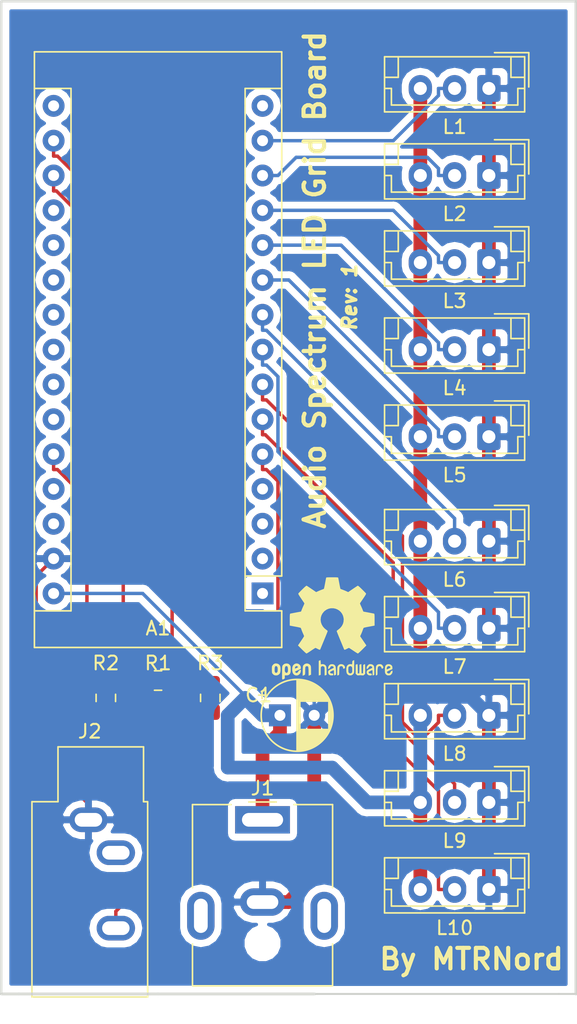
<source format=kicad_pcb>
(kicad_pcb (version 20171130) (host pcbnew "(5.0.2)-1")

  (general
    (thickness 1.6)
    (drawings 13)
    (tracks 124)
    (zones 0)
    (modules 18)
    (nets 33)
  )

  (page A4)
  (layers
    (0 F.Cu signal)
    (31 B.Cu signal)
    (32 B.Adhes user)
    (33 F.Adhes user)
    (34 B.Paste user)
    (35 F.Paste user)
    (36 B.SilkS user)
    (37 F.SilkS user)
    (38 B.Mask user)
    (39 F.Mask user)
    (40 Dwgs.User user)
    (41 Cmts.User user)
    (42 Eco1.User user)
    (43 Eco2.User user)
    (44 Edge.Cuts user)
    (45 Margin user)
    (46 B.CrtYd user)
    (47 F.CrtYd user)
    (48 B.Fab user)
    (49 F.Fab user)
  )

  (setup
    (last_trace_width 0.25)
    (trace_clearance 0.2)
    (zone_clearance 0.508)
    (zone_45_only no)
    (trace_min 0.2)
    (segment_width 0.2)
    (edge_width 0.15)
    (via_size 0.8)
    (via_drill 0.4)
    (via_min_size 0.4)
    (via_min_drill 0.3)
    (uvia_size 0.3)
    (uvia_drill 0.1)
    (uvias_allowed no)
    (uvia_min_size 0.2)
    (uvia_min_drill 0.1)
    (pcb_text_width 0.3)
    (pcb_text_size 1.5 1.5)
    (mod_edge_width 0.15)
    (mod_text_size 1 1)
    (mod_text_width 0.15)
    (pad_size 1.524 1.524)
    (pad_drill 0.762)
    (pad_to_mask_clearance 0.051)
    (solder_mask_min_width 0.25)
    (aux_axis_origin 0 0)
    (visible_elements 7FFFFFFF)
    (pcbplotparams
      (layerselection 0x010fc_ffffffff)
      (usegerberextensions false)
      (usegerberattributes false)
      (usegerberadvancedattributes false)
      (creategerberjobfile false)
      (excludeedgelayer true)
      (linewidth 0.100000)
      (plotframeref false)
      (viasonmask false)
      (mode 1)
      (useauxorigin false)
      (hpglpennumber 1)
      (hpglpenspeed 20)
      (hpglpendiameter 15.000000)
      (psnegative false)
      (psa4output false)
      (plotreference true)
      (plotvalue true)
      (plotinvisibletext false)
      (padsonsilk false)
      (subtractmaskfromsilk false)
      (outputformat 1)
      (mirror false)
      (drillshape 1)
      (scaleselection 1)
      (outputdirectory ""))
  )

  (net 0 "")
  (net 1 "Net-(A1-Pad17)")
  (net 2 "Net-(A1-Pad18)")
  (net 3 "Net-(A1-Pad26)")
  (net 4 "Net-(A1-Pad1)")
  (net 5 "Net-(A1-Pad2)")
  (net 6 "Net-(A1-Pad3)")
  (net 7 "Net-(A1-Pad19)")
  (net 8 "Net-(A1-Pad4)")
  (net 9 "Net-(A1-Pad20)")
  (net 10 "Net-(A1-Pad21)")
  (net 11 "Net-(A1-Pad22)")
  (net 12 "Net-(A1-Pad23)")
  (net 13 "Net-(A1-Pad24)")
  (net 14 "Net-(A1-Pad25)")
  (net 15 "Net-(A1-Pad27)")
  (net 16 "Net-(A1-Pad28)")
  (net 17 GND)
  (net 18 VCC)
  (net 19 "Net-(A1-Pad15)")
  (net 20 "Net-(A1-Pad16)")
  (net 21 "Net-(J2-PadR)")
  (net 22 "Net-(J2-PadT)")
  (net 23 /LED_SIGNAL_1)
  (net 24 /LED_SIGNAL_2)
  (net 25 /LED_SIGNAL_3)
  (net 26 /LED_SIGNAL_4)
  (net 27 /LED_SIGNAL_5)
  (net 28 /LED_SIGNAL_6)
  (net 29 /LED_SIGNAL_7)
  (net 30 /LED_SIGNAL_8)
  (net 31 /LED_SIGNAL_9)
  (net 32 /LED_SIGNAL_10)

  (net_class Default "Dies ist die voreingestellte Netzklasse."
    (clearance 0.2)
    (trace_width 0.25)
    (via_dia 0.8)
    (via_drill 0.4)
    (uvia_dia 0.3)
    (uvia_drill 0.1)
    (add_net /LED_SIGNAL_1)
    (add_net /LED_SIGNAL_10)
    (add_net /LED_SIGNAL_2)
    (add_net /LED_SIGNAL_3)
    (add_net /LED_SIGNAL_4)
    (add_net /LED_SIGNAL_5)
    (add_net /LED_SIGNAL_6)
    (add_net /LED_SIGNAL_7)
    (add_net /LED_SIGNAL_8)
    (add_net /LED_SIGNAL_9)
    (add_net GND)
    (add_net "Net-(A1-Pad1)")
    (add_net "Net-(A1-Pad15)")
    (add_net "Net-(A1-Pad16)")
    (add_net "Net-(A1-Pad17)")
    (add_net "Net-(A1-Pad18)")
    (add_net "Net-(A1-Pad19)")
    (add_net "Net-(A1-Pad2)")
    (add_net "Net-(A1-Pad20)")
    (add_net "Net-(A1-Pad21)")
    (add_net "Net-(A1-Pad22)")
    (add_net "Net-(A1-Pad23)")
    (add_net "Net-(A1-Pad24)")
    (add_net "Net-(A1-Pad25)")
    (add_net "Net-(A1-Pad26)")
    (add_net "Net-(A1-Pad27)")
    (add_net "Net-(A1-Pad28)")
    (add_net "Net-(A1-Pad3)")
    (add_net "Net-(A1-Pad4)")
    (add_net "Net-(J2-PadR)")
    (add_net "Net-(J2-PadT)")
    (add_net VCC)
  )

  (module Connector_JST:JST_EH_B03B-EH-A_1x03_P2.50mm_Vertical (layer F.Cu) (tedit 5B772AC7) (tstamp 5C5FDEF4)
    (at 92.71 105.41 180)
    (descr "JST EH series connector, B03B-EH-A (http://www.jst-mfg.com/product/pdf/eng/eEH.pdf), generated with kicad-footprint-generator")
    (tags "connector JST EH side entry")
    (path /5C55BB8E)
    (fp_text reference L9 (at 2.5 -2.8 180) (layer F.SilkS)
      (effects (font (size 1 1) (thickness 0.15)))
    )
    (fp_text value Led_Strip_Connector (at 2.5 3.4 180) (layer F.Fab)
      (effects (font (size 1 1) (thickness 0.15)))
    )
    (fp_text user %R (at 2.5 1.5 180) (layer F.Fab)
      (effects (font (size 1 1) (thickness 0.15)))
    )
    (fp_line (start -2.91 2.61) (end -0.41 2.61) (layer F.Fab) (width 0.1))
    (fp_line (start -2.91 0.11) (end -2.91 2.61) (layer F.Fab) (width 0.1))
    (fp_line (start -2.91 2.61) (end -0.41 2.61) (layer F.SilkS) (width 0.12))
    (fp_line (start -2.91 0.11) (end -2.91 2.61) (layer F.SilkS) (width 0.12))
    (fp_line (start 6.61 0.81) (end 6.61 2.31) (layer F.SilkS) (width 0.12))
    (fp_line (start 7.61 0.81) (end 6.61 0.81) (layer F.SilkS) (width 0.12))
    (fp_line (start -1.61 0.81) (end -1.61 2.31) (layer F.SilkS) (width 0.12))
    (fp_line (start -2.61 0.81) (end -1.61 0.81) (layer F.SilkS) (width 0.12))
    (fp_line (start 7.11 0) (end 7.61 0) (layer F.SilkS) (width 0.12))
    (fp_line (start 7.11 -1.21) (end 7.11 0) (layer F.SilkS) (width 0.12))
    (fp_line (start -2.11 -1.21) (end 7.11 -1.21) (layer F.SilkS) (width 0.12))
    (fp_line (start -2.11 0) (end -2.11 -1.21) (layer F.SilkS) (width 0.12))
    (fp_line (start -2.61 0) (end -2.11 0) (layer F.SilkS) (width 0.12))
    (fp_line (start 7.61 -1.71) (end -2.61 -1.71) (layer F.SilkS) (width 0.12))
    (fp_line (start 7.61 2.31) (end 7.61 -1.71) (layer F.SilkS) (width 0.12))
    (fp_line (start -2.61 2.31) (end 7.61 2.31) (layer F.SilkS) (width 0.12))
    (fp_line (start -2.61 -1.71) (end -2.61 2.31) (layer F.SilkS) (width 0.12))
    (fp_line (start 8 -2.1) (end -3 -2.1) (layer F.CrtYd) (width 0.05))
    (fp_line (start 8 2.7) (end 8 -2.1) (layer F.CrtYd) (width 0.05))
    (fp_line (start -3 2.7) (end 8 2.7) (layer F.CrtYd) (width 0.05))
    (fp_line (start -3 -2.1) (end -3 2.7) (layer F.CrtYd) (width 0.05))
    (fp_line (start 7.5 -1.6) (end -2.5 -1.6) (layer F.Fab) (width 0.1))
    (fp_line (start 7.5 2.2) (end 7.5 -1.6) (layer F.Fab) (width 0.1))
    (fp_line (start -2.5 2.2) (end 7.5 2.2) (layer F.Fab) (width 0.1))
    (fp_line (start -2.5 -1.6) (end -2.5 2.2) (layer F.Fab) (width 0.1))
    (pad 3 thru_hole oval (at 5 0 180) (size 1.7 1.95) (drill 0.95) (layers *.Cu *.Mask)
      (net 18 VCC))
    (pad 2 thru_hole oval (at 2.5 0 180) (size 1.7 1.95) (drill 0.95) (layers *.Cu *.Mask)
      (net 31 /LED_SIGNAL_9))
    (pad 1 thru_hole roundrect (at 0 0 180) (size 1.7 1.95) (drill 0.95) (layers *.Cu *.Mask) (roundrect_rratio 0.147059)
      (net 17 GND))
    (model ${KISYS3DMOD}/Connector_JST.3dshapes/JST_EH_B03B-EH-A_1x03_P2.50mm_Vertical.wrl
      (at (xyz 0 0 0))
      (scale (xyz 1 1 1))
      (rotate (xyz 0 0 0))
    )
  )

  (module Capacitor_THT:CP_Radial_D5.0mm_P2.50mm (layer F.Cu) (tedit 5AE50EF0) (tstamp 5C6099A3)
    (at 77.47 99.06)
    (descr "CP, Radial series, Radial, pin pitch=2.50mm, , diameter=5mm, Electrolytic Capacitor")
    (tags "CP Radial series Radial pin pitch 2.50mm  diameter 5mm Electrolytic Capacitor")
    (path /5C5A9E91)
    (fp_text reference C1 (at -1.554775 -1.475) (layer F.SilkS)
      (effects (font (size 1 1) (thickness 0.15)))
    )
    (fp_text value CP (at 1.25 3.75) (layer F.Fab)
      (effects (font (size 1 1) (thickness 0.15)))
    )
    (fp_circle (center 1.25 0) (end 3.75 0) (layer F.Fab) (width 0.1))
    (fp_circle (center 1.25 0) (end 3.87 0) (layer F.SilkS) (width 0.12))
    (fp_circle (center 1.25 0) (end 4 0) (layer F.CrtYd) (width 0.05))
    (fp_line (start -0.883605 -1.0875) (end -0.383605 -1.0875) (layer F.Fab) (width 0.1))
    (fp_line (start -0.633605 -1.3375) (end -0.633605 -0.8375) (layer F.Fab) (width 0.1))
    (fp_line (start 1.25 -2.58) (end 1.25 2.58) (layer F.SilkS) (width 0.12))
    (fp_line (start 1.29 -2.58) (end 1.29 2.58) (layer F.SilkS) (width 0.12))
    (fp_line (start 1.33 -2.579) (end 1.33 2.579) (layer F.SilkS) (width 0.12))
    (fp_line (start 1.37 -2.578) (end 1.37 2.578) (layer F.SilkS) (width 0.12))
    (fp_line (start 1.41 -2.576) (end 1.41 2.576) (layer F.SilkS) (width 0.12))
    (fp_line (start 1.45 -2.573) (end 1.45 2.573) (layer F.SilkS) (width 0.12))
    (fp_line (start 1.49 -2.569) (end 1.49 -1.04) (layer F.SilkS) (width 0.12))
    (fp_line (start 1.49 1.04) (end 1.49 2.569) (layer F.SilkS) (width 0.12))
    (fp_line (start 1.53 -2.565) (end 1.53 -1.04) (layer F.SilkS) (width 0.12))
    (fp_line (start 1.53 1.04) (end 1.53 2.565) (layer F.SilkS) (width 0.12))
    (fp_line (start 1.57 -2.561) (end 1.57 -1.04) (layer F.SilkS) (width 0.12))
    (fp_line (start 1.57 1.04) (end 1.57 2.561) (layer F.SilkS) (width 0.12))
    (fp_line (start 1.61 -2.556) (end 1.61 -1.04) (layer F.SilkS) (width 0.12))
    (fp_line (start 1.61 1.04) (end 1.61 2.556) (layer F.SilkS) (width 0.12))
    (fp_line (start 1.65 -2.55) (end 1.65 -1.04) (layer F.SilkS) (width 0.12))
    (fp_line (start 1.65 1.04) (end 1.65 2.55) (layer F.SilkS) (width 0.12))
    (fp_line (start 1.69 -2.543) (end 1.69 -1.04) (layer F.SilkS) (width 0.12))
    (fp_line (start 1.69 1.04) (end 1.69 2.543) (layer F.SilkS) (width 0.12))
    (fp_line (start 1.73 -2.536) (end 1.73 -1.04) (layer F.SilkS) (width 0.12))
    (fp_line (start 1.73 1.04) (end 1.73 2.536) (layer F.SilkS) (width 0.12))
    (fp_line (start 1.77 -2.528) (end 1.77 -1.04) (layer F.SilkS) (width 0.12))
    (fp_line (start 1.77 1.04) (end 1.77 2.528) (layer F.SilkS) (width 0.12))
    (fp_line (start 1.81 -2.52) (end 1.81 -1.04) (layer F.SilkS) (width 0.12))
    (fp_line (start 1.81 1.04) (end 1.81 2.52) (layer F.SilkS) (width 0.12))
    (fp_line (start 1.85 -2.511) (end 1.85 -1.04) (layer F.SilkS) (width 0.12))
    (fp_line (start 1.85 1.04) (end 1.85 2.511) (layer F.SilkS) (width 0.12))
    (fp_line (start 1.89 -2.501) (end 1.89 -1.04) (layer F.SilkS) (width 0.12))
    (fp_line (start 1.89 1.04) (end 1.89 2.501) (layer F.SilkS) (width 0.12))
    (fp_line (start 1.93 -2.491) (end 1.93 -1.04) (layer F.SilkS) (width 0.12))
    (fp_line (start 1.93 1.04) (end 1.93 2.491) (layer F.SilkS) (width 0.12))
    (fp_line (start 1.971 -2.48) (end 1.971 -1.04) (layer F.SilkS) (width 0.12))
    (fp_line (start 1.971 1.04) (end 1.971 2.48) (layer F.SilkS) (width 0.12))
    (fp_line (start 2.011 -2.468) (end 2.011 -1.04) (layer F.SilkS) (width 0.12))
    (fp_line (start 2.011 1.04) (end 2.011 2.468) (layer F.SilkS) (width 0.12))
    (fp_line (start 2.051 -2.455) (end 2.051 -1.04) (layer F.SilkS) (width 0.12))
    (fp_line (start 2.051 1.04) (end 2.051 2.455) (layer F.SilkS) (width 0.12))
    (fp_line (start 2.091 -2.442) (end 2.091 -1.04) (layer F.SilkS) (width 0.12))
    (fp_line (start 2.091 1.04) (end 2.091 2.442) (layer F.SilkS) (width 0.12))
    (fp_line (start 2.131 -2.428) (end 2.131 -1.04) (layer F.SilkS) (width 0.12))
    (fp_line (start 2.131 1.04) (end 2.131 2.428) (layer F.SilkS) (width 0.12))
    (fp_line (start 2.171 -2.414) (end 2.171 -1.04) (layer F.SilkS) (width 0.12))
    (fp_line (start 2.171 1.04) (end 2.171 2.414) (layer F.SilkS) (width 0.12))
    (fp_line (start 2.211 -2.398) (end 2.211 -1.04) (layer F.SilkS) (width 0.12))
    (fp_line (start 2.211 1.04) (end 2.211 2.398) (layer F.SilkS) (width 0.12))
    (fp_line (start 2.251 -2.382) (end 2.251 -1.04) (layer F.SilkS) (width 0.12))
    (fp_line (start 2.251 1.04) (end 2.251 2.382) (layer F.SilkS) (width 0.12))
    (fp_line (start 2.291 -2.365) (end 2.291 -1.04) (layer F.SilkS) (width 0.12))
    (fp_line (start 2.291 1.04) (end 2.291 2.365) (layer F.SilkS) (width 0.12))
    (fp_line (start 2.331 -2.348) (end 2.331 -1.04) (layer F.SilkS) (width 0.12))
    (fp_line (start 2.331 1.04) (end 2.331 2.348) (layer F.SilkS) (width 0.12))
    (fp_line (start 2.371 -2.329) (end 2.371 -1.04) (layer F.SilkS) (width 0.12))
    (fp_line (start 2.371 1.04) (end 2.371 2.329) (layer F.SilkS) (width 0.12))
    (fp_line (start 2.411 -2.31) (end 2.411 -1.04) (layer F.SilkS) (width 0.12))
    (fp_line (start 2.411 1.04) (end 2.411 2.31) (layer F.SilkS) (width 0.12))
    (fp_line (start 2.451 -2.29) (end 2.451 -1.04) (layer F.SilkS) (width 0.12))
    (fp_line (start 2.451 1.04) (end 2.451 2.29) (layer F.SilkS) (width 0.12))
    (fp_line (start 2.491 -2.268) (end 2.491 -1.04) (layer F.SilkS) (width 0.12))
    (fp_line (start 2.491 1.04) (end 2.491 2.268) (layer F.SilkS) (width 0.12))
    (fp_line (start 2.531 -2.247) (end 2.531 -1.04) (layer F.SilkS) (width 0.12))
    (fp_line (start 2.531 1.04) (end 2.531 2.247) (layer F.SilkS) (width 0.12))
    (fp_line (start 2.571 -2.224) (end 2.571 -1.04) (layer F.SilkS) (width 0.12))
    (fp_line (start 2.571 1.04) (end 2.571 2.224) (layer F.SilkS) (width 0.12))
    (fp_line (start 2.611 -2.2) (end 2.611 -1.04) (layer F.SilkS) (width 0.12))
    (fp_line (start 2.611 1.04) (end 2.611 2.2) (layer F.SilkS) (width 0.12))
    (fp_line (start 2.651 -2.175) (end 2.651 -1.04) (layer F.SilkS) (width 0.12))
    (fp_line (start 2.651 1.04) (end 2.651 2.175) (layer F.SilkS) (width 0.12))
    (fp_line (start 2.691 -2.149) (end 2.691 -1.04) (layer F.SilkS) (width 0.12))
    (fp_line (start 2.691 1.04) (end 2.691 2.149) (layer F.SilkS) (width 0.12))
    (fp_line (start 2.731 -2.122) (end 2.731 -1.04) (layer F.SilkS) (width 0.12))
    (fp_line (start 2.731 1.04) (end 2.731 2.122) (layer F.SilkS) (width 0.12))
    (fp_line (start 2.771 -2.095) (end 2.771 -1.04) (layer F.SilkS) (width 0.12))
    (fp_line (start 2.771 1.04) (end 2.771 2.095) (layer F.SilkS) (width 0.12))
    (fp_line (start 2.811 -2.065) (end 2.811 -1.04) (layer F.SilkS) (width 0.12))
    (fp_line (start 2.811 1.04) (end 2.811 2.065) (layer F.SilkS) (width 0.12))
    (fp_line (start 2.851 -2.035) (end 2.851 -1.04) (layer F.SilkS) (width 0.12))
    (fp_line (start 2.851 1.04) (end 2.851 2.035) (layer F.SilkS) (width 0.12))
    (fp_line (start 2.891 -2.004) (end 2.891 -1.04) (layer F.SilkS) (width 0.12))
    (fp_line (start 2.891 1.04) (end 2.891 2.004) (layer F.SilkS) (width 0.12))
    (fp_line (start 2.931 -1.971) (end 2.931 -1.04) (layer F.SilkS) (width 0.12))
    (fp_line (start 2.931 1.04) (end 2.931 1.971) (layer F.SilkS) (width 0.12))
    (fp_line (start 2.971 -1.937) (end 2.971 -1.04) (layer F.SilkS) (width 0.12))
    (fp_line (start 2.971 1.04) (end 2.971 1.937) (layer F.SilkS) (width 0.12))
    (fp_line (start 3.011 -1.901) (end 3.011 -1.04) (layer F.SilkS) (width 0.12))
    (fp_line (start 3.011 1.04) (end 3.011 1.901) (layer F.SilkS) (width 0.12))
    (fp_line (start 3.051 -1.864) (end 3.051 -1.04) (layer F.SilkS) (width 0.12))
    (fp_line (start 3.051 1.04) (end 3.051 1.864) (layer F.SilkS) (width 0.12))
    (fp_line (start 3.091 -1.826) (end 3.091 -1.04) (layer F.SilkS) (width 0.12))
    (fp_line (start 3.091 1.04) (end 3.091 1.826) (layer F.SilkS) (width 0.12))
    (fp_line (start 3.131 -1.785) (end 3.131 -1.04) (layer F.SilkS) (width 0.12))
    (fp_line (start 3.131 1.04) (end 3.131 1.785) (layer F.SilkS) (width 0.12))
    (fp_line (start 3.171 -1.743) (end 3.171 -1.04) (layer F.SilkS) (width 0.12))
    (fp_line (start 3.171 1.04) (end 3.171 1.743) (layer F.SilkS) (width 0.12))
    (fp_line (start 3.211 -1.699) (end 3.211 -1.04) (layer F.SilkS) (width 0.12))
    (fp_line (start 3.211 1.04) (end 3.211 1.699) (layer F.SilkS) (width 0.12))
    (fp_line (start 3.251 -1.653) (end 3.251 -1.04) (layer F.SilkS) (width 0.12))
    (fp_line (start 3.251 1.04) (end 3.251 1.653) (layer F.SilkS) (width 0.12))
    (fp_line (start 3.291 -1.605) (end 3.291 -1.04) (layer F.SilkS) (width 0.12))
    (fp_line (start 3.291 1.04) (end 3.291 1.605) (layer F.SilkS) (width 0.12))
    (fp_line (start 3.331 -1.554) (end 3.331 -1.04) (layer F.SilkS) (width 0.12))
    (fp_line (start 3.331 1.04) (end 3.331 1.554) (layer F.SilkS) (width 0.12))
    (fp_line (start 3.371 -1.5) (end 3.371 -1.04) (layer F.SilkS) (width 0.12))
    (fp_line (start 3.371 1.04) (end 3.371 1.5) (layer F.SilkS) (width 0.12))
    (fp_line (start 3.411 -1.443) (end 3.411 -1.04) (layer F.SilkS) (width 0.12))
    (fp_line (start 3.411 1.04) (end 3.411 1.443) (layer F.SilkS) (width 0.12))
    (fp_line (start 3.451 -1.383) (end 3.451 -1.04) (layer F.SilkS) (width 0.12))
    (fp_line (start 3.451 1.04) (end 3.451 1.383) (layer F.SilkS) (width 0.12))
    (fp_line (start 3.491 -1.319) (end 3.491 -1.04) (layer F.SilkS) (width 0.12))
    (fp_line (start 3.491 1.04) (end 3.491 1.319) (layer F.SilkS) (width 0.12))
    (fp_line (start 3.531 -1.251) (end 3.531 -1.04) (layer F.SilkS) (width 0.12))
    (fp_line (start 3.531 1.04) (end 3.531 1.251) (layer F.SilkS) (width 0.12))
    (fp_line (start 3.571 -1.178) (end 3.571 1.178) (layer F.SilkS) (width 0.12))
    (fp_line (start 3.611 -1.098) (end 3.611 1.098) (layer F.SilkS) (width 0.12))
    (fp_line (start 3.651 -1.011) (end 3.651 1.011) (layer F.SilkS) (width 0.12))
    (fp_line (start 3.691 -0.915) (end 3.691 0.915) (layer F.SilkS) (width 0.12))
    (fp_line (start 3.731 -0.805) (end 3.731 0.805) (layer F.SilkS) (width 0.12))
    (fp_line (start 3.771 -0.677) (end 3.771 0.677) (layer F.SilkS) (width 0.12))
    (fp_line (start 3.811 -0.518) (end 3.811 0.518) (layer F.SilkS) (width 0.12))
    (fp_line (start 3.851 -0.284) (end 3.851 0.284) (layer F.SilkS) (width 0.12))
    (fp_line (start -1.554775 -1.475) (end -1.054775 -1.475) (layer F.SilkS) (width 0.12))
    (fp_line (start -1.304775 -1.725) (end -1.304775 -1.225) (layer F.SilkS) (width 0.12))
    (fp_text user %R (at 1.25 0) (layer F.Fab)
      (effects (font (size 1 1) (thickness 0.15)))
    )
    (pad 1 thru_hole rect (at 0 0) (size 1.6 1.6) (drill 0.8) (layers *.Cu *.Mask)
      (net 18 VCC))
    (pad 2 thru_hole circle (at 2.5 0) (size 1.6 1.6) (drill 0.8) (layers *.Cu *.Mask)
      (net 17 GND))
    (model ${KISYS3DMOD}/Capacitor_THT.3dshapes/CP_Radial_D5.0mm_P2.50mm.wrl
      (at (xyz 0 0 0))
      (scale (xyz 1 1 1))
      (rotate (xyz 0 0 0))
    )
  )

  (module Connector_BarrelJack:BarrelJack_CUI_PJ-063AH_Horizontal (layer F.Cu) (tedit 5B0886BD) (tstamp 5C603E08)
    (at 76.2 106.68)
    (descr "Barrel Jack, 2.0mm ID, 5.5mm OD, 24V, 8A, no switch, https://www.cui.com/product/resource/pj-063ah.pdf")
    (tags "barrel jack cui dc power")
    (path /5C560B50)
    (fp_text reference J1 (at 0 -2.3) (layer F.SilkS)
      (effects (font (size 1 1) (thickness 0.15)))
    )
    (fp_text value Barrel_Jack (at 0 13) (layer F.Fab)
      (effects (font (size 1 1) (thickness 0.15)))
    )
    (fp_line (start -5 -1) (end -1 -1) (layer F.Fab) (width 0.1))
    (fp_line (start -1 -1) (end 0 0) (layer F.Fab) (width 0.1))
    (fp_line (start 0 0) (end 1 -1) (layer F.Fab) (width 0.1))
    (fp_line (start 1 -1) (end 5 -1) (layer F.Fab) (width 0.1))
    (fp_line (start 5 -1) (end 5 12) (layer F.Fab) (width 0.1))
    (fp_line (start 5 12) (end -5 12) (layer F.Fab) (width 0.1))
    (fp_line (start -5 12) (end -5 -1) (layer F.Fab) (width 0.1))
    (fp_line (start -5.11 4.95) (end -5.11 -1.11) (layer F.SilkS) (width 0.12))
    (fp_line (start -5.11 -1.11) (end -2.3 -1.11) (layer F.SilkS) (width 0.12))
    (fp_line (start 2.3 -1.11) (end 5.11 -1.11) (layer F.SilkS) (width 0.12))
    (fp_line (start 5.11 -1.11) (end 5.11 4.95) (layer F.SilkS) (width 0.12))
    (fp_line (start 5.11 9.05) (end 5.11 12.11) (layer F.SilkS) (width 0.12))
    (fp_line (start 5.11 12.11) (end -5.11 12.11) (layer F.SilkS) (width 0.12))
    (fp_line (start -5.11 12.11) (end -5.11 9.05) (layer F.SilkS) (width 0.12))
    (fp_line (start -1 -1.3) (end 1 -1.3) (layer F.SilkS) (width 0.12))
    (fp_line (start -6 -1.5) (end -6 12.5) (layer F.CrtYd) (width 0.05))
    (fp_line (start -6 12.5) (end 6 12.5) (layer F.CrtYd) (width 0.05))
    (fp_line (start 6 12.5) (end 6 -1.5) (layer F.CrtYd) (width 0.05))
    (fp_line (start 6 -1.5) (end -6 -1.5) (layer F.CrtYd) (width 0.05))
    (fp_text user %R (at 0 5.5) (layer F.Fab)
      (effects (font (size 1 1) (thickness 0.15)))
    )
    (pad 1 thru_hole rect (at 0 0) (size 4 2) (drill oval 3 1) (layers *.Cu *.Mask)
      (net 18 VCC))
    (pad 2 thru_hole oval (at 0 6) (size 3.3 2) (drill oval 2.3 1) (layers *.Cu *.Mask)
      (net 17 GND))
    (pad MP thru_hole oval (at -4.5 7) (size 2 3.5) (drill oval 1 2.5) (layers *.Cu *.Mask))
    (pad MP thru_hole oval (at 4.5 7) (size 2 3.5) (drill oval 1 2.5) (layers *.Cu *.Mask))
    (pad "" np_thru_hole circle (at 0 9) (size 1.6 1.6) (drill 1.6) (layers *.Cu *.Mask))
    (model ${KISYS3DMOD}/Connector_BarrelJack.3dshapes/BarrelJack_CUI_PJ-063AH_Horizontal.wrl
      (at (xyz 0 0 0))
      (scale (xyz 1 1 1))
      (rotate (xyz 0 0 0))
    )
  )

  (module Connector_Audio:Jack_3.5mm_CUI_SJ1-3533NG_Horizontal (layer F.Cu) (tedit 5BAD3514) (tstamp 5C603E91)
    (at 63.5 106.68)
    (descr "TRS 3.5mm, horizontal, through-hole, https://www.cui.com/product/resource/sj1-353xng.pdf")
    (tags "TRS audio jack stereo horizontal")
    (path /5C5449C7)
    (fp_text reference J2 (at 0.1 -6.45) (layer F.SilkS)
      (effects (font (size 1 1) (thickness 0.15)))
    )
    (fp_text value AudioJack3 (at 0.1 14.05) (layer F.Fab)
      (effects (font (size 1 1) (thickness 0.15)))
    )
    (fp_line (start -2.1 -5.2) (end 3.9 -5.2) (layer F.Fab) (width 0.1))
    (fp_line (start 3.9 -5.2) (end 3.9 -1.2) (layer F.Fab) (width 0.1))
    (fp_line (start 3.9 -1.2) (end 4.2 -1.2) (layer F.Fab) (width 0.1))
    (fp_line (start 4.2 -1.2) (end 4.2 12.8) (layer F.Fab) (width 0.1))
    (fp_line (start 4.2 12.8) (end -4 12.8) (layer F.Fab) (width 0.1))
    (fp_line (start -4 12.8) (end -4 -1.2) (layer F.Fab) (width 0.1))
    (fp_line (start -4 -1.2) (end -2.1 -1.2) (layer F.Fab) (width 0.1))
    (fp_line (start -2.1 -1.2) (end -2.1 -5.2) (layer F.Fab) (width 0.1))
    (fp_line (start -2.22 -5.32) (end 4.02 -5.32) (layer F.SilkS) (width 0.12))
    (fp_line (start 4.02 -5.32) (end 4.02 -1.32) (layer F.SilkS) (width 0.12))
    (fp_line (start 4.02 -1.32) (end 4.32 -1.32) (layer F.SilkS) (width 0.12))
    (fp_line (start 4.32 -1.32) (end 4.32 12.92) (layer F.SilkS) (width 0.12))
    (fp_line (start 4.32 12.92) (end -4.12 12.92) (layer F.SilkS) (width 0.12))
    (fp_line (start -4.12 12.92) (end -4.12 -1.32) (layer F.SilkS) (width 0.12))
    (fp_line (start -4.12 -1.32) (end -2.22 -1.32) (layer F.SilkS) (width 0.12))
    (fp_line (start -2.22 -1.32) (end -2.22 -5.32) (layer F.SilkS) (width 0.12))
    (fp_line (start -4.5 -5.7) (end -4.5 13.3) (layer F.CrtYd) (width 0.05))
    (fp_line (start -4.5 13.3) (end 4.7 13.3) (layer F.CrtYd) (width 0.05))
    (fp_line (start 4.7 13.3) (end 4.7 -5.7) (layer F.CrtYd) (width 0.05))
    (fp_line (start 4.7 -5.7) (end -4.5 -5.7) (layer F.CrtYd) (width 0.05))
    (fp_text user %R (at 0.1 3.8) (layer F.Fab)
      (effects (font (size 1 1) (thickness 0.15)))
    )
    (pad S thru_hole oval (at 0 0) (size 2.8 1.8) (drill oval 2 1) (layers *.Cu *.Mask)
      (net 17 GND))
    (pad T thru_hole oval (at 2 2.4) (size 2.8 1.8) (drill oval 2 1) (layers *.Cu *.Mask)
      (net 22 "Net-(J2-PadT)"))
    (pad R thru_hole oval (at 2 7.9) (size 2.8 1.8) (drill oval 2 1) (layers *.Cu *.Mask)
      (net 21 "Net-(J2-PadR)"))
    (model ${KISYS3DMOD}/Connector_Audio.3dshapes/Jack_3.5mm_CUI_SJ1-3533NG_Horizontal.wrl
      (at (xyz 0 0 0))
      (scale (xyz 1 1 1))
      (rotate (xyz 0 0 0))
    )
  )

  (module Module:Arduino_Nano (layer F.Cu) (tedit 58ACAF70) (tstamp 5C5F9900)
    (at 76.2 90.17 180)
    (descr "Arduino Nano, http://www.mouser.com/pdfdocs/Gravitech_Arduino_Nano3_0.pdf")
    (tags "Arduino Nano")
    (path /5C544630)
    (fp_text reference A1 (at 7.62 -2.54 180) (layer F.SilkS)
      (effects (font (size 1 1) (thickness 0.15)))
    )
    (fp_text value Arduino_Nano_v3.x (at 8.89 19.05 270) (layer F.Fab)
      (effects (font (size 1 1) (thickness 0.15)))
    )
    (fp_text user %R (at 6.35 19.05 270) (layer F.Fab)
      (effects (font (size 1 1) (thickness 0.15)))
    )
    (fp_line (start 1.27 1.27) (end 1.27 -1.27) (layer F.SilkS) (width 0.12))
    (fp_line (start 1.27 -1.27) (end -1.4 -1.27) (layer F.SilkS) (width 0.12))
    (fp_line (start -1.4 1.27) (end -1.4 39.5) (layer F.SilkS) (width 0.12))
    (fp_line (start -1.4 -3.94) (end -1.4 -1.27) (layer F.SilkS) (width 0.12))
    (fp_line (start 13.97 -1.27) (end 16.64 -1.27) (layer F.SilkS) (width 0.12))
    (fp_line (start 13.97 -1.27) (end 13.97 36.83) (layer F.SilkS) (width 0.12))
    (fp_line (start 13.97 36.83) (end 16.64 36.83) (layer F.SilkS) (width 0.12))
    (fp_line (start 1.27 1.27) (end -1.4 1.27) (layer F.SilkS) (width 0.12))
    (fp_line (start 1.27 1.27) (end 1.27 36.83) (layer F.SilkS) (width 0.12))
    (fp_line (start 1.27 36.83) (end -1.4 36.83) (layer F.SilkS) (width 0.12))
    (fp_line (start 3.81 31.75) (end 11.43 31.75) (layer F.Fab) (width 0.1))
    (fp_line (start 11.43 31.75) (end 11.43 41.91) (layer F.Fab) (width 0.1))
    (fp_line (start 11.43 41.91) (end 3.81 41.91) (layer F.Fab) (width 0.1))
    (fp_line (start 3.81 41.91) (end 3.81 31.75) (layer F.Fab) (width 0.1))
    (fp_line (start -1.4 39.5) (end 16.64 39.5) (layer F.SilkS) (width 0.12))
    (fp_line (start 16.64 39.5) (end 16.64 -3.94) (layer F.SilkS) (width 0.12))
    (fp_line (start 16.64 -3.94) (end -1.4 -3.94) (layer F.SilkS) (width 0.12))
    (fp_line (start 16.51 39.37) (end -1.27 39.37) (layer F.Fab) (width 0.1))
    (fp_line (start -1.27 39.37) (end -1.27 -2.54) (layer F.Fab) (width 0.1))
    (fp_line (start -1.27 -2.54) (end 0 -3.81) (layer F.Fab) (width 0.1))
    (fp_line (start 0 -3.81) (end 16.51 -3.81) (layer F.Fab) (width 0.1))
    (fp_line (start 16.51 -3.81) (end 16.51 39.37) (layer F.Fab) (width 0.1))
    (fp_line (start -1.53 -4.06) (end 16.75 -4.06) (layer F.CrtYd) (width 0.05))
    (fp_line (start -1.53 -4.06) (end -1.53 42.16) (layer F.CrtYd) (width 0.05))
    (fp_line (start 16.75 42.16) (end 16.75 -4.06) (layer F.CrtYd) (width 0.05))
    (fp_line (start 16.75 42.16) (end -1.53 42.16) (layer F.CrtYd) (width 0.05))
    (pad 1 thru_hole rect (at 0 0 180) (size 1.6 1.6) (drill 0.8) (layers *.Cu *.Mask)
      (net 4 "Net-(A1-Pad1)"))
    (pad 17 thru_hole oval (at 15.24 33.02 180) (size 1.6 1.6) (drill 0.8) (layers *.Cu *.Mask)
      (net 1 "Net-(A1-Pad17)"))
    (pad 2 thru_hole oval (at 0 2.54 180) (size 1.6 1.6) (drill 0.8) (layers *.Cu *.Mask)
      (net 5 "Net-(A1-Pad2)"))
    (pad 18 thru_hole oval (at 15.24 30.48 180) (size 1.6 1.6) (drill 0.8) (layers *.Cu *.Mask)
      (net 2 "Net-(A1-Pad18)"))
    (pad 3 thru_hole oval (at 0 5.08 180) (size 1.6 1.6) (drill 0.8) (layers *.Cu *.Mask)
      (net 6 "Net-(A1-Pad3)"))
    (pad 19 thru_hole oval (at 15.24 27.94 180) (size 1.6 1.6) (drill 0.8) (layers *.Cu *.Mask)
      (net 7 "Net-(A1-Pad19)"))
    (pad 4 thru_hole oval (at 0 7.62 180) (size 1.6 1.6) (drill 0.8) (layers *.Cu *.Mask)
      (net 8 "Net-(A1-Pad4)"))
    (pad 20 thru_hole oval (at 15.24 25.4 180) (size 1.6 1.6) (drill 0.8) (layers *.Cu *.Mask)
      (net 9 "Net-(A1-Pad20)"))
    (pad 5 thru_hole oval (at 0 10.16 180) (size 1.6 1.6) (drill 0.8) (layers *.Cu *.Mask)
      (net 32 /LED_SIGNAL_10))
    (pad 21 thru_hole oval (at 15.24 22.86 180) (size 1.6 1.6) (drill 0.8) (layers *.Cu *.Mask)
      (net 10 "Net-(A1-Pad21)"))
    (pad 6 thru_hole oval (at 0 12.7 180) (size 1.6 1.6) (drill 0.8) (layers *.Cu *.Mask)
      (net 31 /LED_SIGNAL_9))
    (pad 22 thru_hole oval (at 15.24 20.32 180) (size 1.6 1.6) (drill 0.8) (layers *.Cu *.Mask)
      (net 11 "Net-(A1-Pad22)"))
    (pad 7 thru_hole oval (at 0 15.24 180) (size 1.6 1.6) (drill 0.8) (layers *.Cu *.Mask)
      (net 30 /LED_SIGNAL_8))
    (pad 23 thru_hole oval (at 15.24 17.78 180) (size 1.6 1.6) (drill 0.8) (layers *.Cu *.Mask)
      (net 12 "Net-(A1-Pad23)"))
    (pad 8 thru_hole oval (at 0 17.78 180) (size 1.6 1.6) (drill 0.8) (layers *.Cu *.Mask)
      (net 29 /LED_SIGNAL_7))
    (pad 24 thru_hole oval (at 15.24 15.24 180) (size 1.6 1.6) (drill 0.8) (layers *.Cu *.Mask)
      (net 13 "Net-(A1-Pad24)"))
    (pad 9 thru_hole oval (at 0 20.32 180) (size 1.6 1.6) (drill 0.8) (layers *.Cu *.Mask)
      (net 28 /LED_SIGNAL_6))
    (pad 25 thru_hole oval (at 15.24 12.7 180) (size 1.6 1.6) (drill 0.8) (layers *.Cu *.Mask)
      (net 14 "Net-(A1-Pad25)"))
    (pad 10 thru_hole oval (at 0 22.86 180) (size 1.6 1.6) (drill 0.8) (layers *.Cu *.Mask)
      (net 27 /LED_SIGNAL_5))
    (pad 26 thru_hole oval (at 15.24 10.16 180) (size 1.6 1.6) (drill 0.8) (layers *.Cu *.Mask)
      (net 3 "Net-(A1-Pad26)"))
    (pad 11 thru_hole oval (at 0 25.4 180) (size 1.6 1.6) (drill 0.8) (layers *.Cu *.Mask)
      (net 26 /LED_SIGNAL_4))
    (pad 27 thru_hole oval (at 15.24 7.62 180) (size 1.6 1.6) (drill 0.8) (layers *.Cu *.Mask)
      (net 15 "Net-(A1-Pad27)"))
    (pad 12 thru_hole oval (at 0 27.94 180) (size 1.6 1.6) (drill 0.8) (layers *.Cu *.Mask)
      (net 25 /LED_SIGNAL_3))
    (pad 28 thru_hole oval (at 15.24 5.08 180) (size 1.6 1.6) (drill 0.8) (layers *.Cu *.Mask)
      (net 16 "Net-(A1-Pad28)"))
    (pad 13 thru_hole oval (at 0 30.48 180) (size 1.6 1.6) (drill 0.8) (layers *.Cu *.Mask)
      (net 24 /LED_SIGNAL_2))
    (pad 29 thru_hole oval (at 15.24 2.54 180) (size 1.6 1.6) (drill 0.8) (layers *.Cu *.Mask)
      (net 17 GND))
    (pad 14 thru_hole oval (at 0 33.02 180) (size 1.6 1.6) (drill 0.8) (layers *.Cu *.Mask)
      (net 23 /LED_SIGNAL_1))
    (pad 30 thru_hole oval (at 15.24 0 180) (size 1.6 1.6) (drill 0.8) (layers *.Cu *.Mask)
      (net 18 VCC))
    (pad 15 thru_hole oval (at 0 35.56 180) (size 1.6 1.6) (drill 0.8) (layers *.Cu *.Mask)
      (net 19 "Net-(A1-Pad15)"))
    (pad 16 thru_hole oval (at 15.24 35.56 180) (size 1.6 1.6) (drill 0.8) (layers *.Cu *.Mask)
      (net 20 "Net-(A1-Pad16)"))
    (model ${KISYS3DMOD}/Module.3dshapes/Arduino_Nano_WithMountingHoles.wrl
      (at (xyz 0 0 0))
      (scale (xyz 1 1 1))
      (rotate (xyz 0 0 0))
    )
  )

  (module Connector_JST:JST_EH_B03B-EH-A_1x03_P2.50mm_Vertical (layer F.Cu) (tedit 5B772AC7) (tstamp 5C5FDF15)
    (at 92.71 111.76 180)
    (descr "JST EH series connector, B03B-EH-A (http://www.jst-mfg.com/product/pdf/eng/eEH.pdf), generated with kicad-footprint-generator")
    (tags "connector JST EH side entry")
    (path /5C55D85F)
    (fp_text reference L10 (at 2.5 -2.8 180) (layer F.SilkS)
      (effects (font (size 1 1) (thickness 0.15)))
    )
    (fp_text value Led_Strip_Connector (at 2.5 3.4 180) (layer F.Fab)
      (effects (font (size 1 1) (thickness 0.15)))
    )
    (fp_line (start -2.5 -1.6) (end -2.5 2.2) (layer F.Fab) (width 0.1))
    (fp_line (start -2.5 2.2) (end 7.5 2.2) (layer F.Fab) (width 0.1))
    (fp_line (start 7.5 2.2) (end 7.5 -1.6) (layer F.Fab) (width 0.1))
    (fp_line (start 7.5 -1.6) (end -2.5 -1.6) (layer F.Fab) (width 0.1))
    (fp_line (start -3 -2.1) (end -3 2.7) (layer F.CrtYd) (width 0.05))
    (fp_line (start -3 2.7) (end 8 2.7) (layer F.CrtYd) (width 0.05))
    (fp_line (start 8 2.7) (end 8 -2.1) (layer F.CrtYd) (width 0.05))
    (fp_line (start 8 -2.1) (end -3 -2.1) (layer F.CrtYd) (width 0.05))
    (fp_line (start -2.61 -1.71) (end -2.61 2.31) (layer F.SilkS) (width 0.12))
    (fp_line (start -2.61 2.31) (end 7.61 2.31) (layer F.SilkS) (width 0.12))
    (fp_line (start 7.61 2.31) (end 7.61 -1.71) (layer F.SilkS) (width 0.12))
    (fp_line (start 7.61 -1.71) (end -2.61 -1.71) (layer F.SilkS) (width 0.12))
    (fp_line (start -2.61 0) (end -2.11 0) (layer F.SilkS) (width 0.12))
    (fp_line (start -2.11 0) (end -2.11 -1.21) (layer F.SilkS) (width 0.12))
    (fp_line (start -2.11 -1.21) (end 7.11 -1.21) (layer F.SilkS) (width 0.12))
    (fp_line (start 7.11 -1.21) (end 7.11 0) (layer F.SilkS) (width 0.12))
    (fp_line (start 7.11 0) (end 7.61 0) (layer F.SilkS) (width 0.12))
    (fp_line (start -2.61 0.81) (end -1.61 0.81) (layer F.SilkS) (width 0.12))
    (fp_line (start -1.61 0.81) (end -1.61 2.31) (layer F.SilkS) (width 0.12))
    (fp_line (start 7.61 0.81) (end 6.61 0.81) (layer F.SilkS) (width 0.12))
    (fp_line (start 6.61 0.81) (end 6.61 2.31) (layer F.SilkS) (width 0.12))
    (fp_line (start -2.91 0.11) (end -2.91 2.61) (layer F.SilkS) (width 0.12))
    (fp_line (start -2.91 2.61) (end -0.41 2.61) (layer F.SilkS) (width 0.12))
    (fp_line (start -2.91 0.11) (end -2.91 2.61) (layer F.Fab) (width 0.1))
    (fp_line (start -2.91 2.61) (end -0.41 2.61) (layer F.Fab) (width 0.1))
    (fp_text user %R (at 2.5 1.5 180) (layer F.Fab)
      (effects (font (size 1 1) (thickness 0.15)))
    )
    (pad 1 thru_hole roundrect (at 0 0 180) (size 1.7 1.95) (drill 0.95) (layers *.Cu *.Mask) (roundrect_rratio 0.147059)
      (net 17 GND))
    (pad 2 thru_hole oval (at 2.5 0 180) (size 1.7 1.95) (drill 0.95) (layers *.Cu *.Mask)
      (net 32 /LED_SIGNAL_10))
    (pad 3 thru_hole oval (at 5 0 180) (size 1.7 1.95) (drill 0.95) (layers *.Cu *.Mask)
      (net 18 VCC))
    (model ${KISYS3DMOD}/Connector_JST.3dshapes/JST_EH_B03B-EH-A_1x03_P2.50mm_Vertical.wrl
      (at (xyz 0 0 0))
      (scale (xyz 1 1 1))
      (rotate (xyz 0 0 0))
    )
  )

  (module Connector_JST:JST_EH_B03B-EH-A_1x03_P2.50mm_Vertical (layer F.Cu) (tedit 5B772AC7) (tstamp 5C5FDED3)
    (at 92.71 99.06 180)
    (descr "JST EH series connector, B03B-EH-A (http://www.jst-mfg.com/product/pdf/eng/eEH.pdf), generated with kicad-footprint-generator")
    (tags "connector JST EH side entry")
    (path /5C55B3FD)
    (fp_text reference L8 (at 2.5 -2.8 180) (layer F.SilkS)
      (effects (font (size 1 1) (thickness 0.15)))
    )
    (fp_text value Led_Strip_Connector (at 2.5 3.4 180) (layer F.Fab)
      (effects (font (size 1 1) (thickness 0.15)))
    )
    (fp_line (start -2.5 -1.6) (end -2.5 2.2) (layer F.Fab) (width 0.1))
    (fp_line (start -2.5 2.2) (end 7.5 2.2) (layer F.Fab) (width 0.1))
    (fp_line (start 7.5 2.2) (end 7.5 -1.6) (layer F.Fab) (width 0.1))
    (fp_line (start 7.5 -1.6) (end -2.5 -1.6) (layer F.Fab) (width 0.1))
    (fp_line (start -3 -2.1) (end -3 2.7) (layer F.CrtYd) (width 0.05))
    (fp_line (start -3 2.7) (end 8 2.7) (layer F.CrtYd) (width 0.05))
    (fp_line (start 8 2.7) (end 8 -2.1) (layer F.CrtYd) (width 0.05))
    (fp_line (start 8 -2.1) (end -3 -2.1) (layer F.CrtYd) (width 0.05))
    (fp_line (start -2.61 -1.71) (end -2.61 2.31) (layer F.SilkS) (width 0.12))
    (fp_line (start -2.61 2.31) (end 7.61 2.31) (layer F.SilkS) (width 0.12))
    (fp_line (start 7.61 2.31) (end 7.61 -1.71) (layer F.SilkS) (width 0.12))
    (fp_line (start 7.61 -1.71) (end -2.61 -1.71) (layer F.SilkS) (width 0.12))
    (fp_line (start -2.61 0) (end -2.11 0) (layer F.SilkS) (width 0.12))
    (fp_line (start -2.11 0) (end -2.11 -1.21) (layer F.SilkS) (width 0.12))
    (fp_line (start -2.11 -1.21) (end 7.11 -1.21) (layer F.SilkS) (width 0.12))
    (fp_line (start 7.11 -1.21) (end 7.11 0) (layer F.SilkS) (width 0.12))
    (fp_line (start 7.11 0) (end 7.61 0) (layer F.SilkS) (width 0.12))
    (fp_line (start -2.61 0.81) (end -1.61 0.81) (layer F.SilkS) (width 0.12))
    (fp_line (start -1.61 0.81) (end -1.61 2.31) (layer F.SilkS) (width 0.12))
    (fp_line (start 7.61 0.81) (end 6.61 0.81) (layer F.SilkS) (width 0.12))
    (fp_line (start 6.61 0.81) (end 6.61 2.31) (layer F.SilkS) (width 0.12))
    (fp_line (start -2.91 0.11) (end -2.91 2.61) (layer F.SilkS) (width 0.12))
    (fp_line (start -2.91 2.61) (end -0.41 2.61) (layer F.SilkS) (width 0.12))
    (fp_line (start -2.91 0.11) (end -2.91 2.61) (layer F.Fab) (width 0.1))
    (fp_line (start -2.91 2.61) (end -0.41 2.61) (layer F.Fab) (width 0.1))
    (fp_text user %R (at 2.5 1.5 180) (layer F.Fab)
      (effects (font (size 1 1) (thickness 0.15)))
    )
    (pad 1 thru_hole roundrect (at 0 0 180) (size 1.7 1.95) (drill 0.95) (layers *.Cu *.Mask) (roundrect_rratio 0.147059)
      (net 17 GND))
    (pad 2 thru_hole oval (at 2.5 0 180) (size 1.7 1.95) (drill 0.95) (layers *.Cu *.Mask)
      (net 30 /LED_SIGNAL_8))
    (pad 3 thru_hole oval (at 5 0 180) (size 1.7 1.95) (drill 0.95) (layers *.Cu *.Mask)
      (net 18 VCC))
    (model ${KISYS3DMOD}/Connector_JST.3dshapes/JST_EH_B03B-EH-A_1x03_P2.50mm_Vertical.wrl
      (at (xyz 0 0 0))
      (scale (xyz 1 1 1))
      (rotate (xyz 0 0 0))
    )
  )

  (module Connector_JST:JST_EH_B03B-EH-A_1x03_P2.50mm_Vertical (layer F.Cu) (tedit 5B772AC7) (tstamp 5C5FDEB2)
    (at 92.71 92.71 180)
    (descr "JST EH series connector, B03B-EH-A (http://www.jst-mfg.com/product/pdf/eng/eEH.pdf), generated with kicad-footprint-generator")
    (tags "connector JST EH side entry")
    (path /5C55AEE3)
    (fp_text reference L7 (at 2.5 -2.8 180) (layer F.SilkS)
      (effects (font (size 1 1) (thickness 0.15)))
    )
    (fp_text value Led_Strip_Connector (at 2.5 3.4 180) (layer F.Fab)
      (effects (font (size 1 1) (thickness 0.15)))
    )
    (fp_text user %R (at 2.5 1.5 180) (layer F.Fab)
      (effects (font (size 1 1) (thickness 0.15)))
    )
    (fp_line (start -2.91 2.61) (end -0.41 2.61) (layer F.Fab) (width 0.1))
    (fp_line (start -2.91 0.11) (end -2.91 2.61) (layer F.Fab) (width 0.1))
    (fp_line (start -2.91 2.61) (end -0.41 2.61) (layer F.SilkS) (width 0.12))
    (fp_line (start -2.91 0.11) (end -2.91 2.61) (layer F.SilkS) (width 0.12))
    (fp_line (start 6.61 0.81) (end 6.61 2.31) (layer F.SilkS) (width 0.12))
    (fp_line (start 7.61 0.81) (end 6.61 0.81) (layer F.SilkS) (width 0.12))
    (fp_line (start -1.61 0.81) (end -1.61 2.31) (layer F.SilkS) (width 0.12))
    (fp_line (start -2.61 0.81) (end -1.61 0.81) (layer F.SilkS) (width 0.12))
    (fp_line (start 7.11 0) (end 7.61 0) (layer F.SilkS) (width 0.12))
    (fp_line (start 7.11 -1.21) (end 7.11 0) (layer F.SilkS) (width 0.12))
    (fp_line (start -2.11 -1.21) (end 7.11 -1.21) (layer F.SilkS) (width 0.12))
    (fp_line (start -2.11 0) (end -2.11 -1.21) (layer F.SilkS) (width 0.12))
    (fp_line (start -2.61 0) (end -2.11 0) (layer F.SilkS) (width 0.12))
    (fp_line (start 7.61 -1.71) (end -2.61 -1.71) (layer F.SilkS) (width 0.12))
    (fp_line (start 7.61 2.31) (end 7.61 -1.71) (layer F.SilkS) (width 0.12))
    (fp_line (start -2.61 2.31) (end 7.61 2.31) (layer F.SilkS) (width 0.12))
    (fp_line (start -2.61 -1.71) (end -2.61 2.31) (layer F.SilkS) (width 0.12))
    (fp_line (start 8 -2.1) (end -3 -2.1) (layer F.CrtYd) (width 0.05))
    (fp_line (start 8 2.7) (end 8 -2.1) (layer F.CrtYd) (width 0.05))
    (fp_line (start -3 2.7) (end 8 2.7) (layer F.CrtYd) (width 0.05))
    (fp_line (start -3 -2.1) (end -3 2.7) (layer F.CrtYd) (width 0.05))
    (fp_line (start 7.5 -1.6) (end -2.5 -1.6) (layer F.Fab) (width 0.1))
    (fp_line (start 7.5 2.2) (end 7.5 -1.6) (layer F.Fab) (width 0.1))
    (fp_line (start -2.5 2.2) (end 7.5 2.2) (layer F.Fab) (width 0.1))
    (fp_line (start -2.5 -1.6) (end -2.5 2.2) (layer F.Fab) (width 0.1))
    (pad 3 thru_hole oval (at 5 0 180) (size 1.7 1.95) (drill 0.95) (layers *.Cu *.Mask)
      (net 18 VCC))
    (pad 2 thru_hole oval (at 2.5 0 180) (size 1.7 1.95) (drill 0.95) (layers *.Cu *.Mask)
      (net 29 /LED_SIGNAL_7))
    (pad 1 thru_hole roundrect (at 0 0 180) (size 1.7 1.95) (drill 0.95) (layers *.Cu *.Mask) (roundrect_rratio 0.147059)
      (net 17 GND))
    (model ${KISYS3DMOD}/Connector_JST.3dshapes/JST_EH_B03B-EH-A_1x03_P2.50mm_Vertical.wrl
      (at (xyz 0 0 0))
      (scale (xyz 1 1 1))
      (rotate (xyz 0 0 0))
    )
  )

  (module Connector_JST:JST_EH_B03B-EH-A_1x03_P2.50mm_Vertical (layer F.Cu) (tedit 5B772AC7) (tstamp 5C5FDE91)
    (at 92.71 86.36 180)
    (descr "JST EH series connector, B03B-EH-A (http://www.jst-mfg.com/product/pdf/eng/eEH.pdf), generated with kicad-footprint-generator")
    (tags "connector JST EH side entry")
    (path /5C55AA9D)
    (fp_text reference L6 (at 2.5 -2.8 180) (layer F.SilkS)
      (effects (font (size 1 1) (thickness 0.15)))
    )
    (fp_text value Led_Strip_Connector (at 2.5 3.4 180) (layer F.Fab)
      (effects (font (size 1 1) (thickness 0.15)))
    )
    (fp_line (start -2.5 -1.6) (end -2.5 2.2) (layer F.Fab) (width 0.1))
    (fp_line (start -2.5 2.2) (end 7.5 2.2) (layer F.Fab) (width 0.1))
    (fp_line (start 7.5 2.2) (end 7.5 -1.6) (layer F.Fab) (width 0.1))
    (fp_line (start 7.5 -1.6) (end -2.5 -1.6) (layer F.Fab) (width 0.1))
    (fp_line (start -3 -2.1) (end -3 2.7) (layer F.CrtYd) (width 0.05))
    (fp_line (start -3 2.7) (end 8 2.7) (layer F.CrtYd) (width 0.05))
    (fp_line (start 8 2.7) (end 8 -2.1) (layer F.CrtYd) (width 0.05))
    (fp_line (start 8 -2.1) (end -3 -2.1) (layer F.CrtYd) (width 0.05))
    (fp_line (start -2.61 -1.71) (end -2.61 2.31) (layer F.SilkS) (width 0.12))
    (fp_line (start -2.61 2.31) (end 7.61 2.31) (layer F.SilkS) (width 0.12))
    (fp_line (start 7.61 2.31) (end 7.61 -1.71) (layer F.SilkS) (width 0.12))
    (fp_line (start 7.61 -1.71) (end -2.61 -1.71) (layer F.SilkS) (width 0.12))
    (fp_line (start -2.61 0) (end -2.11 0) (layer F.SilkS) (width 0.12))
    (fp_line (start -2.11 0) (end -2.11 -1.21) (layer F.SilkS) (width 0.12))
    (fp_line (start -2.11 -1.21) (end 7.11 -1.21) (layer F.SilkS) (width 0.12))
    (fp_line (start 7.11 -1.21) (end 7.11 0) (layer F.SilkS) (width 0.12))
    (fp_line (start 7.11 0) (end 7.61 0) (layer F.SilkS) (width 0.12))
    (fp_line (start -2.61 0.81) (end -1.61 0.81) (layer F.SilkS) (width 0.12))
    (fp_line (start -1.61 0.81) (end -1.61 2.31) (layer F.SilkS) (width 0.12))
    (fp_line (start 7.61 0.81) (end 6.61 0.81) (layer F.SilkS) (width 0.12))
    (fp_line (start 6.61 0.81) (end 6.61 2.31) (layer F.SilkS) (width 0.12))
    (fp_line (start -2.91 0.11) (end -2.91 2.61) (layer F.SilkS) (width 0.12))
    (fp_line (start -2.91 2.61) (end -0.41 2.61) (layer F.SilkS) (width 0.12))
    (fp_line (start -2.91 0.11) (end -2.91 2.61) (layer F.Fab) (width 0.1))
    (fp_line (start -2.91 2.61) (end -0.41 2.61) (layer F.Fab) (width 0.1))
    (fp_text user %R (at 2.5 1.5 180) (layer F.Fab)
      (effects (font (size 1 1) (thickness 0.15)))
    )
    (pad 1 thru_hole roundrect (at 0 0 180) (size 1.7 1.95) (drill 0.95) (layers *.Cu *.Mask) (roundrect_rratio 0.147059)
      (net 17 GND))
    (pad 2 thru_hole oval (at 2.5 0 180) (size 1.7 1.95) (drill 0.95) (layers *.Cu *.Mask)
      (net 28 /LED_SIGNAL_6))
    (pad 3 thru_hole oval (at 5 0 180) (size 1.7 1.95) (drill 0.95) (layers *.Cu *.Mask)
      (net 18 VCC))
    (model ${KISYS3DMOD}/Connector_JST.3dshapes/JST_EH_B03B-EH-A_1x03_P2.50mm_Vertical.wrl
      (at (xyz 0 0 0))
      (scale (xyz 1 1 1))
      (rotate (xyz 0 0 0))
    )
  )

  (module Connector_JST:JST_EH_B03B-EH-A_1x03_P2.50mm_Vertical (layer F.Cu) (tedit 5B772AC7) (tstamp 5C5FDE70)
    (at 92.71 78.74 180)
    (descr "JST EH series connector, B03B-EH-A (http://www.jst-mfg.com/product/pdf/eng/eEH.pdf), generated with kicad-footprint-generator")
    (tags "connector JST EH side entry")
    (path /5C55D848)
    (fp_text reference L5 (at 2.5 -2.8 180) (layer F.SilkS)
      (effects (font (size 1 1) (thickness 0.15)))
    )
    (fp_text value Led_Strip_Connector (at 2.5 3.4 180) (layer F.Fab)
      (effects (font (size 1 1) (thickness 0.15)))
    )
    (fp_text user %R (at 2.5 1.5 180) (layer F.Fab)
      (effects (font (size 1 1) (thickness 0.15)))
    )
    (fp_line (start -2.91 2.61) (end -0.41 2.61) (layer F.Fab) (width 0.1))
    (fp_line (start -2.91 0.11) (end -2.91 2.61) (layer F.Fab) (width 0.1))
    (fp_line (start -2.91 2.61) (end -0.41 2.61) (layer F.SilkS) (width 0.12))
    (fp_line (start -2.91 0.11) (end -2.91 2.61) (layer F.SilkS) (width 0.12))
    (fp_line (start 6.61 0.81) (end 6.61 2.31) (layer F.SilkS) (width 0.12))
    (fp_line (start 7.61 0.81) (end 6.61 0.81) (layer F.SilkS) (width 0.12))
    (fp_line (start -1.61 0.81) (end -1.61 2.31) (layer F.SilkS) (width 0.12))
    (fp_line (start -2.61 0.81) (end -1.61 0.81) (layer F.SilkS) (width 0.12))
    (fp_line (start 7.11 0) (end 7.61 0) (layer F.SilkS) (width 0.12))
    (fp_line (start 7.11 -1.21) (end 7.11 0) (layer F.SilkS) (width 0.12))
    (fp_line (start -2.11 -1.21) (end 7.11 -1.21) (layer F.SilkS) (width 0.12))
    (fp_line (start -2.11 0) (end -2.11 -1.21) (layer F.SilkS) (width 0.12))
    (fp_line (start -2.61 0) (end -2.11 0) (layer F.SilkS) (width 0.12))
    (fp_line (start 7.61 -1.71) (end -2.61 -1.71) (layer F.SilkS) (width 0.12))
    (fp_line (start 7.61 2.31) (end 7.61 -1.71) (layer F.SilkS) (width 0.12))
    (fp_line (start -2.61 2.31) (end 7.61 2.31) (layer F.SilkS) (width 0.12))
    (fp_line (start -2.61 -1.71) (end -2.61 2.31) (layer F.SilkS) (width 0.12))
    (fp_line (start 8 -2.1) (end -3 -2.1) (layer F.CrtYd) (width 0.05))
    (fp_line (start 8 2.7) (end 8 -2.1) (layer F.CrtYd) (width 0.05))
    (fp_line (start -3 2.7) (end 8 2.7) (layer F.CrtYd) (width 0.05))
    (fp_line (start -3 -2.1) (end -3 2.7) (layer F.CrtYd) (width 0.05))
    (fp_line (start 7.5 -1.6) (end -2.5 -1.6) (layer F.Fab) (width 0.1))
    (fp_line (start 7.5 2.2) (end 7.5 -1.6) (layer F.Fab) (width 0.1))
    (fp_line (start -2.5 2.2) (end 7.5 2.2) (layer F.Fab) (width 0.1))
    (fp_line (start -2.5 -1.6) (end -2.5 2.2) (layer F.Fab) (width 0.1))
    (pad 3 thru_hole oval (at 5 0 180) (size 1.7 1.95) (drill 0.95) (layers *.Cu *.Mask)
      (net 18 VCC))
    (pad 2 thru_hole oval (at 2.5 0 180) (size 1.7 1.95) (drill 0.95) (layers *.Cu *.Mask)
      (net 27 /LED_SIGNAL_5))
    (pad 1 thru_hole roundrect (at 0 0 180) (size 1.7 1.95) (drill 0.95) (layers *.Cu *.Mask) (roundrect_rratio 0.147059)
      (net 17 GND))
    (model ${KISYS3DMOD}/Connector_JST.3dshapes/JST_EH_B03B-EH-A_1x03_P2.50mm_Vertical.wrl
      (at (xyz 0 0 0))
      (scale (xyz 1 1 1))
      (rotate (xyz 0 0 0))
    )
  )

  (module Connector_JST:JST_EH_B03B-EH-A_1x03_P2.50mm_Vertical (layer F.Cu) (tedit 5B772AC7) (tstamp 5C5FDE4F)
    (at 92.71 72.39 180)
    (descr "JST EH series connector, B03B-EH-A (http://www.jst-mfg.com/product/pdf/eng/eEH.pdf), generated with kicad-footprint-generator")
    (tags "connector JST EH side entry")
    (path /5C55BB77)
    (fp_text reference L4 (at 2.5 -2.8 180) (layer F.SilkS)
      (effects (font (size 1 1) (thickness 0.15)))
    )
    (fp_text value Led_Strip_Connector (at 2.5 3.4 180) (layer F.Fab)
      (effects (font (size 1 1) (thickness 0.15)))
    )
    (fp_line (start -2.5 -1.6) (end -2.5 2.2) (layer F.Fab) (width 0.1))
    (fp_line (start -2.5 2.2) (end 7.5 2.2) (layer F.Fab) (width 0.1))
    (fp_line (start 7.5 2.2) (end 7.5 -1.6) (layer F.Fab) (width 0.1))
    (fp_line (start 7.5 -1.6) (end -2.5 -1.6) (layer F.Fab) (width 0.1))
    (fp_line (start -3 -2.1) (end -3 2.7) (layer F.CrtYd) (width 0.05))
    (fp_line (start -3 2.7) (end 8 2.7) (layer F.CrtYd) (width 0.05))
    (fp_line (start 8 2.7) (end 8 -2.1) (layer F.CrtYd) (width 0.05))
    (fp_line (start 8 -2.1) (end -3 -2.1) (layer F.CrtYd) (width 0.05))
    (fp_line (start -2.61 -1.71) (end -2.61 2.31) (layer F.SilkS) (width 0.12))
    (fp_line (start -2.61 2.31) (end 7.61 2.31) (layer F.SilkS) (width 0.12))
    (fp_line (start 7.61 2.31) (end 7.61 -1.71) (layer F.SilkS) (width 0.12))
    (fp_line (start 7.61 -1.71) (end -2.61 -1.71) (layer F.SilkS) (width 0.12))
    (fp_line (start -2.61 0) (end -2.11 0) (layer F.SilkS) (width 0.12))
    (fp_line (start -2.11 0) (end -2.11 -1.21) (layer F.SilkS) (width 0.12))
    (fp_line (start -2.11 -1.21) (end 7.11 -1.21) (layer F.SilkS) (width 0.12))
    (fp_line (start 7.11 -1.21) (end 7.11 0) (layer F.SilkS) (width 0.12))
    (fp_line (start 7.11 0) (end 7.61 0) (layer F.SilkS) (width 0.12))
    (fp_line (start -2.61 0.81) (end -1.61 0.81) (layer F.SilkS) (width 0.12))
    (fp_line (start -1.61 0.81) (end -1.61 2.31) (layer F.SilkS) (width 0.12))
    (fp_line (start 7.61 0.81) (end 6.61 0.81) (layer F.SilkS) (width 0.12))
    (fp_line (start 6.61 0.81) (end 6.61 2.31) (layer F.SilkS) (width 0.12))
    (fp_line (start -2.91 0.11) (end -2.91 2.61) (layer F.SilkS) (width 0.12))
    (fp_line (start -2.91 2.61) (end -0.41 2.61) (layer F.SilkS) (width 0.12))
    (fp_line (start -2.91 0.11) (end -2.91 2.61) (layer F.Fab) (width 0.1))
    (fp_line (start -2.91 2.61) (end -0.41 2.61) (layer F.Fab) (width 0.1))
    (fp_text user %R (at 2.5 1.5 180) (layer F.Fab)
      (effects (font (size 1 1) (thickness 0.15)))
    )
    (pad 1 thru_hole roundrect (at 0 0 180) (size 1.7 1.95) (drill 0.95) (layers *.Cu *.Mask) (roundrect_rratio 0.147059)
      (net 17 GND))
    (pad 2 thru_hole oval (at 2.5 0 180) (size 1.7 1.95) (drill 0.95) (layers *.Cu *.Mask)
      (net 26 /LED_SIGNAL_4))
    (pad 3 thru_hole oval (at 5 0 180) (size 1.7 1.95) (drill 0.95) (layers *.Cu *.Mask)
      (net 18 VCC))
    (model ${KISYS3DMOD}/Connector_JST.3dshapes/JST_EH_B03B-EH-A_1x03_P2.50mm_Vertical.wrl
      (at (xyz 0 0 0))
      (scale (xyz 1 1 1))
      (rotate (xyz 0 0 0))
    )
  )

  (module Connector_JST:JST_EH_B03B-EH-A_1x03_P2.50mm_Vertical (layer F.Cu) (tedit 5B772AC7) (tstamp 5C5FDE2E)
    (at 92.71 66.04 180)
    (descr "JST EH series connector, B03B-EH-A (http://www.jst-mfg.com/product/pdf/eng/eEH.pdf), generated with kicad-footprint-generator")
    (tags "connector JST EH side entry")
    (path /5C55A6FA)
    (fp_text reference L3 (at 2.5 -2.8 180) (layer F.SilkS)
      (effects (font (size 1 1) (thickness 0.15)))
    )
    (fp_text value Led_Strip_Connector (at 2.5 3.4 180) (layer F.Fab)
      (effects (font (size 1 1) (thickness 0.15)))
    )
    (fp_text user %R (at 2.5 1.5 180) (layer F.Fab)
      (effects (font (size 1 1) (thickness 0.15)))
    )
    (fp_line (start -2.91 2.61) (end -0.41 2.61) (layer F.Fab) (width 0.1))
    (fp_line (start -2.91 0.11) (end -2.91 2.61) (layer F.Fab) (width 0.1))
    (fp_line (start -2.91 2.61) (end -0.41 2.61) (layer F.SilkS) (width 0.12))
    (fp_line (start -2.91 0.11) (end -2.91 2.61) (layer F.SilkS) (width 0.12))
    (fp_line (start 6.61 0.81) (end 6.61 2.31) (layer F.SilkS) (width 0.12))
    (fp_line (start 7.61 0.81) (end 6.61 0.81) (layer F.SilkS) (width 0.12))
    (fp_line (start -1.61 0.81) (end -1.61 2.31) (layer F.SilkS) (width 0.12))
    (fp_line (start -2.61 0.81) (end -1.61 0.81) (layer F.SilkS) (width 0.12))
    (fp_line (start 7.11 0) (end 7.61 0) (layer F.SilkS) (width 0.12))
    (fp_line (start 7.11 -1.21) (end 7.11 0) (layer F.SilkS) (width 0.12))
    (fp_line (start -2.11 -1.21) (end 7.11 -1.21) (layer F.SilkS) (width 0.12))
    (fp_line (start -2.11 0) (end -2.11 -1.21) (layer F.SilkS) (width 0.12))
    (fp_line (start -2.61 0) (end -2.11 0) (layer F.SilkS) (width 0.12))
    (fp_line (start 7.61 -1.71) (end -2.61 -1.71) (layer F.SilkS) (width 0.12))
    (fp_line (start 7.61 2.31) (end 7.61 -1.71) (layer F.SilkS) (width 0.12))
    (fp_line (start -2.61 2.31) (end 7.61 2.31) (layer F.SilkS) (width 0.12))
    (fp_line (start -2.61 -1.71) (end -2.61 2.31) (layer F.SilkS) (width 0.12))
    (fp_line (start 8 -2.1) (end -3 -2.1) (layer F.CrtYd) (width 0.05))
    (fp_line (start 8 2.7) (end 8 -2.1) (layer F.CrtYd) (width 0.05))
    (fp_line (start -3 2.7) (end 8 2.7) (layer F.CrtYd) (width 0.05))
    (fp_line (start -3 -2.1) (end -3 2.7) (layer F.CrtYd) (width 0.05))
    (fp_line (start 7.5 -1.6) (end -2.5 -1.6) (layer F.Fab) (width 0.1))
    (fp_line (start 7.5 2.2) (end 7.5 -1.6) (layer F.Fab) (width 0.1))
    (fp_line (start -2.5 2.2) (end 7.5 2.2) (layer F.Fab) (width 0.1))
    (fp_line (start -2.5 -1.6) (end -2.5 2.2) (layer F.Fab) (width 0.1))
    (pad 3 thru_hole oval (at 5 0 180) (size 1.7 1.95) (drill 0.95) (layers *.Cu *.Mask)
      (net 18 VCC))
    (pad 2 thru_hole oval (at 2.5 0 180) (size 1.7 1.95) (drill 0.95) (layers *.Cu *.Mask)
      (net 25 /LED_SIGNAL_3))
    (pad 1 thru_hole roundrect (at 0 0 180) (size 1.7 1.95) (drill 0.95) (layers *.Cu *.Mask) (roundrect_rratio 0.147059)
      (net 17 GND))
    (model ${KISYS3DMOD}/Connector_JST.3dshapes/JST_EH_B03B-EH-A_1x03_P2.50mm_Vertical.wrl
      (at (xyz 0 0 0))
      (scale (xyz 1 1 1))
      (rotate (xyz 0 0 0))
    )
  )

  (module Connector_JST:JST_EH_B03B-EH-A_1x03_P2.50mm_Vertical (layer F.Cu) (tedit 5B772AC7) (tstamp 5C5FDE0D)
    (at 92.71 59.69 180)
    (descr "JST EH series connector, B03B-EH-A (http://www.jst-mfg.com/product/pdf/eng/eEH.pdf), generated with kicad-footprint-generator")
    (tags "connector JST EH side entry")
    (path /5C55A3E7)
    (fp_text reference L2 (at 2.5 -2.8 180) (layer F.SilkS)
      (effects (font (size 1 1) (thickness 0.15)))
    )
    (fp_text value Led_Strip_Connector (at 2.5 3.4 180) (layer F.Fab)
      (effects (font (size 1 1) (thickness 0.15)))
    )
    (fp_line (start -2.5 -1.6) (end -2.5 2.2) (layer F.Fab) (width 0.1))
    (fp_line (start -2.5 2.2) (end 7.5 2.2) (layer F.Fab) (width 0.1))
    (fp_line (start 7.5 2.2) (end 7.5 -1.6) (layer F.Fab) (width 0.1))
    (fp_line (start 7.5 -1.6) (end -2.5 -1.6) (layer F.Fab) (width 0.1))
    (fp_line (start -3 -2.1) (end -3 2.7) (layer F.CrtYd) (width 0.05))
    (fp_line (start -3 2.7) (end 8 2.7) (layer F.CrtYd) (width 0.05))
    (fp_line (start 8 2.7) (end 8 -2.1) (layer F.CrtYd) (width 0.05))
    (fp_line (start 8 -2.1) (end -3 -2.1) (layer F.CrtYd) (width 0.05))
    (fp_line (start -2.61 -1.71) (end -2.61 2.31) (layer F.SilkS) (width 0.12))
    (fp_line (start -2.61 2.31) (end 7.61 2.31) (layer F.SilkS) (width 0.12))
    (fp_line (start 7.61 2.31) (end 7.61 -1.71) (layer F.SilkS) (width 0.12))
    (fp_line (start 7.61 -1.71) (end -2.61 -1.71) (layer F.SilkS) (width 0.12))
    (fp_line (start -2.61 0) (end -2.11 0) (layer F.SilkS) (width 0.12))
    (fp_line (start -2.11 0) (end -2.11 -1.21) (layer F.SilkS) (width 0.12))
    (fp_line (start -2.11 -1.21) (end 7.11 -1.21) (layer F.SilkS) (width 0.12))
    (fp_line (start 7.11 -1.21) (end 7.11 0) (layer F.SilkS) (width 0.12))
    (fp_line (start 7.11 0) (end 7.61 0) (layer F.SilkS) (width 0.12))
    (fp_line (start -2.61 0.81) (end -1.61 0.81) (layer F.SilkS) (width 0.12))
    (fp_line (start -1.61 0.81) (end -1.61 2.31) (layer F.SilkS) (width 0.12))
    (fp_line (start 7.61 0.81) (end 6.61 0.81) (layer F.SilkS) (width 0.12))
    (fp_line (start 6.61 0.81) (end 6.61 2.31) (layer F.SilkS) (width 0.12))
    (fp_line (start -2.91 0.11) (end -2.91 2.61) (layer F.SilkS) (width 0.12))
    (fp_line (start -2.91 2.61) (end -0.41 2.61) (layer F.SilkS) (width 0.12))
    (fp_line (start -2.91 0.11) (end -2.91 2.61) (layer F.Fab) (width 0.1))
    (fp_line (start -2.91 2.61) (end -0.41 2.61) (layer F.Fab) (width 0.1))
    (fp_text user %R (at 2.5 1.5 180) (layer F.Fab)
      (effects (font (size 1 1) (thickness 0.15)))
    )
    (pad 1 thru_hole roundrect (at 0 0 180) (size 1.7 1.95) (drill 0.95) (layers *.Cu *.Mask) (roundrect_rratio 0.147059)
      (net 17 GND))
    (pad 2 thru_hole oval (at 2.5 0 180) (size 1.7 1.95) (drill 0.95) (layers *.Cu *.Mask)
      (net 24 /LED_SIGNAL_2))
    (pad 3 thru_hole oval (at 5 0 180) (size 1.7 1.95) (drill 0.95) (layers *.Cu *.Mask)
      (net 18 VCC))
    (model ${KISYS3DMOD}/Connector_JST.3dshapes/JST_EH_B03B-EH-A_1x03_P2.50mm_Vertical.wrl
      (at (xyz 0 0 0))
      (scale (xyz 1 1 1))
      (rotate (xyz 0 0 0))
    )
  )

  (module Connector_JST:JST_EH_B03B-EH-A_1x03_P2.50mm_Vertical (layer F.Cu) (tedit 5B772AC7) (tstamp 5C5FD2BD)
    (at 92.71 53.34 180)
    (descr "JST EH series connector, B03B-EH-A (http://www.jst-mfg.com/product/pdf/eng/eEH.pdf), generated with kicad-footprint-generator")
    (tags "connector JST EH side entry")
    (path /5C5552C2)
    (fp_text reference L1 (at 2.5 -2.8 180) (layer F.SilkS)
      (effects (font (size 1 1) (thickness 0.15)))
    )
    (fp_text value Led_Strip_Connector (at 2.5 3.4 180) (layer F.Fab)
      (effects (font (size 1 1) (thickness 0.15)))
    )
    (fp_line (start -2.5 -1.6) (end -2.5 2.2) (layer F.Fab) (width 0.1))
    (fp_line (start -2.5 2.2) (end 7.5 2.2) (layer F.Fab) (width 0.1))
    (fp_line (start 7.5 2.2) (end 7.5 -1.6) (layer F.Fab) (width 0.1))
    (fp_line (start 7.5 -1.6) (end -2.5 -1.6) (layer F.Fab) (width 0.1))
    (fp_line (start -3 -2.1) (end -3 2.7) (layer F.CrtYd) (width 0.05))
    (fp_line (start -3 2.7) (end 8 2.7) (layer F.CrtYd) (width 0.05))
    (fp_line (start 8 2.7) (end 8 -2.1) (layer F.CrtYd) (width 0.05))
    (fp_line (start 8 -2.1) (end -3 -2.1) (layer F.CrtYd) (width 0.05))
    (fp_line (start -2.61 -1.71) (end -2.61 2.31) (layer F.SilkS) (width 0.12))
    (fp_line (start -2.61 2.31) (end 7.61 2.31) (layer F.SilkS) (width 0.12))
    (fp_line (start 7.61 2.31) (end 7.61 -1.71) (layer F.SilkS) (width 0.12))
    (fp_line (start 7.61 -1.71) (end -2.61 -1.71) (layer F.SilkS) (width 0.12))
    (fp_line (start -2.61 0) (end -2.11 0) (layer F.SilkS) (width 0.12))
    (fp_line (start -2.11 0) (end -2.11 -1.21) (layer F.SilkS) (width 0.12))
    (fp_line (start -2.11 -1.21) (end 7.11 -1.21) (layer F.SilkS) (width 0.12))
    (fp_line (start 7.11 -1.21) (end 7.11 0) (layer F.SilkS) (width 0.12))
    (fp_line (start 7.11 0) (end 7.61 0) (layer F.SilkS) (width 0.12))
    (fp_line (start -2.61 0.81) (end -1.61 0.81) (layer F.SilkS) (width 0.12))
    (fp_line (start -1.61 0.81) (end -1.61 2.31) (layer F.SilkS) (width 0.12))
    (fp_line (start 7.61 0.81) (end 6.61 0.81) (layer F.SilkS) (width 0.12))
    (fp_line (start 6.61 0.81) (end 6.61 2.31) (layer F.SilkS) (width 0.12))
    (fp_line (start -2.91 0.11) (end -2.91 2.61) (layer F.SilkS) (width 0.12))
    (fp_line (start -2.91 2.61) (end -0.41 2.61) (layer F.SilkS) (width 0.12))
    (fp_line (start -2.91 0.11) (end -2.91 2.61) (layer F.Fab) (width 0.1))
    (fp_line (start -2.91 2.61) (end -0.41 2.61) (layer F.Fab) (width 0.1))
    (fp_text user %R (at 2.5 1.5 180) (layer F.Fab)
      (effects (font (size 1 1) (thickness 0.15)))
    )
    (pad 1 thru_hole roundrect (at 0 0 180) (size 1.7 1.95) (drill 0.95) (layers *.Cu *.Mask) (roundrect_rratio 0.147059)
      (net 17 GND))
    (pad 2 thru_hole oval (at 2.5 0 180) (size 1.7 1.95) (drill 0.95) (layers *.Cu *.Mask)
      (net 23 /LED_SIGNAL_1))
    (pad 3 thru_hole oval (at 5 0 180) (size 1.7 1.95) (drill 0.95) (layers *.Cu *.Mask)
      (net 18 VCC))
    (model ${KISYS3DMOD}/Connector_JST.3dshapes/JST_EH_B03B-EH-A_1x03_P2.50mm_Vertical.wrl
      (at (xyz 0 0 0))
      (scale (xyz 1 1 1))
      (rotate (xyz 0 0 0))
    )
  )

  (module Resistor_SMD:R_0805_2012Metric_Pad1.15x1.40mm_HandSolder (layer F.Cu) (tedit 5B36C52B) (tstamp 5C5FBA1E)
    (at 72.39 97.79 270)
    (descr "Resistor SMD 0805 (2012 Metric), square (rectangular) end terminal, IPC_7351 nominal with elongated pad for handsoldering. (Body size source: https://docs.google.com/spreadsheets/d/1BsfQQcO9C6DZCsRaXUlFlo91Tg2WpOkGARC1WS5S8t0/edit?usp=sharing), generated with kicad-footprint-generator")
    (tags "resistor handsolder")
    (path /5C54D78C)
    (attr smd)
    (fp_text reference R3 (at -2.54 0) (layer F.SilkS)
      (effects (font (size 1 1) (thickness 0.15)))
    )
    (fp_text value "1,8 k" (at 0 1.65 270) (layer F.Fab)
      (effects (font (size 1 1) (thickness 0.15)))
    )
    (fp_line (start -1 0.6) (end -1 -0.6) (layer F.Fab) (width 0.1))
    (fp_line (start -1 -0.6) (end 1 -0.6) (layer F.Fab) (width 0.1))
    (fp_line (start 1 -0.6) (end 1 0.6) (layer F.Fab) (width 0.1))
    (fp_line (start 1 0.6) (end -1 0.6) (layer F.Fab) (width 0.1))
    (fp_line (start -0.261252 -0.71) (end 0.261252 -0.71) (layer F.SilkS) (width 0.12))
    (fp_line (start -0.261252 0.71) (end 0.261252 0.71) (layer F.SilkS) (width 0.12))
    (fp_line (start -1.85 0.95) (end -1.85 -0.95) (layer F.CrtYd) (width 0.05))
    (fp_line (start -1.85 -0.95) (end 1.85 -0.95) (layer F.CrtYd) (width 0.05))
    (fp_line (start 1.85 -0.95) (end 1.85 0.95) (layer F.CrtYd) (width 0.05))
    (fp_line (start 1.85 0.95) (end -1.85 0.95) (layer F.CrtYd) (width 0.05))
    (fp_text user %R (at 0 0 180) (layer F.Fab)
      (effects (font (size 0.5 0.5) (thickness 0.08)))
    )
    (pad 1 smd roundrect (at -1.025 0 270) (size 1.15 1.4) (layers F.Cu F.Paste F.Mask) (roundrect_rratio 0.217391)
      (net 3 "Net-(A1-Pad26)"))
    (pad 2 smd roundrect (at 1.025 0 270) (size 1.15 1.4) (layers F.Cu F.Paste F.Mask) (roundrect_rratio 0.217391)
      (net 21 "Net-(J2-PadR)"))
    (model ${KISYS3DMOD}/Resistor_SMD.3dshapes/R_0805_2012Metric.wrl
      (at (xyz 0 0 0))
      (scale (xyz 1 1 1))
      (rotate (xyz 0 0 0))
    )
  )

  (module Resistor_SMD:R_0805_2012Metric_Pad1.15x1.40mm_HandSolder (layer F.Cu) (tedit 5C548A56) (tstamp 5C5FBA0E)
    (at 64.77 97.79 270)
    (descr "Resistor SMD 0805 (2012 Metric), square (rectangular) end terminal, IPC_7351 nominal with elongated pad for handsoldering. (Body size source: https://docs.google.com/spreadsheets/d/1BsfQQcO9C6DZCsRaXUlFlo91Tg2WpOkGARC1WS5S8t0/edit?usp=sharing), generated with kicad-footprint-generator")
    (tags "resistor handsolder")
    (path /5C544744)
    (attr smd)
    (fp_text reference R2 (at -2.54 0) (layer F.SilkS)
      (effects (font (size 1 1) (thickness 0.15)))
    )
    (fp_text value "1,8 k" (at 0 1.65 270) (layer F.Fab)
      (effects (font (size 1 1) (thickness 0.15)))
    )
    (fp_text user %R (at 0 0 270) (layer F.Fab)
      (effects (font (size 0.5 0.5) (thickness 0.08)))
    )
    (fp_line (start 1.85 0.95) (end -1.85 0.95) (layer F.CrtYd) (width 0.05))
    (fp_line (start 1.85 -0.95) (end 1.85 0.95) (layer F.CrtYd) (width 0.05))
    (fp_line (start -1.85 -0.95) (end 1.85 -0.95) (layer F.CrtYd) (width 0.05))
    (fp_line (start -1.85 0.95) (end -1.85 -0.95) (layer F.CrtYd) (width 0.05))
    (fp_line (start -0.261252 0.71) (end 0.261252 0.71) (layer F.SilkS) (width 0.12))
    (fp_line (start -0.261252 -0.71) (end 0.261252 -0.71) (layer F.SilkS) (width 0.12))
    (fp_line (start 1 0.6) (end -1 0.6) (layer F.Fab) (width 0.1))
    (fp_line (start 1 -0.6) (end 1 0.6) (layer F.Fab) (width 0.1))
    (fp_line (start -1 -0.6) (end 1 -0.6) (layer F.Fab) (width 0.1))
    (fp_line (start -1 0.6) (end -1 -0.6) (layer F.Fab) (width 0.1))
    (pad 2 smd roundrect (at 1.025 0 270) (size 1.15 1.4) (layers F.Cu F.Paste F.Mask) (roundrect_rratio 0.217391)
      (net 3 "Net-(A1-Pad26)"))
    (pad 1 smd roundrect (at -1.025 0 270) (size 1.15 1.4) (layers F.Cu F.Paste F.Mask) (roundrect_rratio 0.217391)
      (net 2 "Net-(A1-Pad18)"))
    (model ${KISYS3DMOD}/Resistor_SMD.3dshapes/R_0805_2012Metric.wrl
      (at (xyz 0 0 0))
      (scale (xyz 1 1 1))
      (rotate (xyz 0 0 0))
    )
  )

  (module Resistor_SMD:R_0805_2012Metric_Pad1.15x1.40mm_HandSolder (layer F.Cu) (tedit 5C548A4D) (tstamp 5C5FB9FE)
    (at 68.58 96.52 180)
    (descr "Resistor SMD 0805 (2012 Metric), square (rectangular) end terminal, IPC_7351 nominal with elongated pad for handsoldering. (Body size source: https://docs.google.com/spreadsheets/d/1BsfQQcO9C6DZCsRaXUlFlo91Tg2WpOkGARC1WS5S8t0/edit?usp=sharing), generated with kicad-footprint-generator")
    (tags "resistor handsolder")
    (path /5C54468A)
    (attr smd)
    (fp_text reference R1 (at 0 1.27) (layer F.SilkS)
      (effects (font (size 1 1) (thickness 0.15)))
    )
    (fp_text value "4,7 k" (at 0 -2.04 180) (layer F.Fab)
      (effects (font (size 1 1) (thickness 0.15)))
    )
    (fp_line (start -1 0.6) (end -1 -0.6) (layer F.Fab) (width 0.1))
    (fp_line (start -1 -0.6) (end 1 -0.6) (layer F.Fab) (width 0.1))
    (fp_line (start 1 -0.6) (end 1 0.6) (layer F.Fab) (width 0.1))
    (fp_line (start 1 0.6) (end -1 0.6) (layer F.Fab) (width 0.1))
    (fp_line (start -0.261252 -0.71) (end 0.261252 -0.71) (layer F.SilkS) (width 0.12))
    (fp_line (start -0.261252 0.71) (end 0.261252 0.71) (layer F.SilkS) (width 0.12))
    (fp_line (start -1.85 0.95) (end -1.85 -0.95) (layer F.CrtYd) (width 0.05))
    (fp_line (start -1.85 -0.95) (end 1.85 -0.95) (layer F.CrtYd) (width 0.05))
    (fp_line (start 1.85 -0.95) (end 1.85 0.95) (layer F.CrtYd) (width 0.05))
    (fp_line (start 1.85 0.95) (end -1.85 0.95) (layer F.CrtYd) (width 0.05))
    (fp_text user %R (at 0 0 180) (layer F.Fab)
      (effects (font (size 0.5 0.5) (thickness 0.08)))
    )
    (pad 1 smd roundrect (at -1.025 0 180) (size 1.15 1.4) (layers F.Cu F.Paste F.Mask) (roundrect_rratio 0.217391)
      (net 1 "Net-(A1-Pad17)"))
    (pad 2 smd roundrect (at 1.025 0 180) (size 1.15 1.4) (layers F.Cu F.Paste F.Mask) (roundrect_rratio 0.217391)
      (net 2 "Net-(A1-Pad18)"))
    (model ${KISYS3DMOD}/Resistor_SMD.3dshapes/R_0805_2012Metric.wrl
      (at (xyz 0 0 0))
      (scale (xyz 1 1 1))
      (rotate (xyz 0 0 0))
    )
  )

  (module Symbol:OSHW-Logo2_9.8x8mm_SilkScreen (layer F.Cu) (tedit 0) (tstamp 5C54B635)
    (at 81.28 92.71)
    (descr "Open Source Hardware Symbol")
    (tags "Logo Symbol OSHW")
    (attr virtual)
    (fp_text reference REF** (at 0 0) (layer F.SilkS) hide
      (effects (font (size 1 1) (thickness 0.15)))
    )
    (fp_text value OSHW-Logo2_9.8x8mm_SilkScreen (at 0.75 0) (layer F.Fab) hide
      (effects (font (size 1 1) (thickness 0.15)))
    )
    (fp_poly (pts (xy 0.139878 -3.712224) (xy 0.245612 -3.711645) (xy 0.322132 -3.710078) (xy 0.374372 -3.707028)
      (xy 0.407263 -3.702004) (xy 0.425737 -3.694511) (xy 0.434727 -3.684056) (xy 0.439163 -3.670147)
      (xy 0.439594 -3.668346) (xy 0.446333 -3.635855) (xy 0.458808 -3.571748) (xy 0.475719 -3.482849)
      (xy 0.495771 -3.375981) (xy 0.517664 -3.257967) (xy 0.518429 -3.253822) (xy 0.540359 -3.138169)
      (xy 0.560877 -3.035986) (xy 0.578659 -2.953402) (xy 0.592381 -2.896544) (xy 0.600718 -2.871542)
      (xy 0.601116 -2.871099) (xy 0.625677 -2.85889) (xy 0.676315 -2.838544) (xy 0.742095 -2.814455)
      (xy 0.742461 -2.814326) (xy 0.825317 -2.783182) (xy 0.923 -2.743509) (xy 1.015077 -2.703619)
      (xy 1.019434 -2.701647) (xy 1.169407 -2.63358) (xy 1.501498 -2.860361) (xy 1.603374 -2.929496)
      (xy 1.695657 -2.991303) (xy 1.773003 -3.042267) (xy 1.830064 -3.078873) (xy 1.861495 -3.097606)
      (xy 1.864479 -3.098996) (xy 1.887321 -3.09281) (xy 1.929982 -3.062965) (xy 1.994128 -3.008053)
      (xy 2.081421 -2.926666) (xy 2.170535 -2.840078) (xy 2.256441 -2.754753) (xy 2.333327 -2.676892)
      (xy 2.396564 -2.611303) (xy 2.441523 -2.562795) (xy 2.463576 -2.536175) (xy 2.464396 -2.534805)
      (xy 2.466834 -2.516537) (xy 2.45765 -2.486705) (xy 2.434574 -2.441279) (xy 2.395337 -2.37623)
      (xy 2.33767 -2.28753) (xy 2.260795 -2.173343) (xy 2.19257 -2.072838) (xy 2.131582 -1.982697)
      (xy 2.081356 -1.908151) (xy 2.045416 -1.854435) (xy 2.027287 -1.826782) (xy 2.026146 -1.824905)
      (xy 2.028359 -1.79841) (xy 2.045138 -1.746914) (xy 2.073142 -1.680149) (xy 2.083122 -1.658828)
      (xy 2.126672 -1.563841) (xy 2.173134 -1.456063) (xy 2.210877 -1.362808) (xy 2.238073 -1.293594)
      (xy 2.259675 -1.240994) (xy 2.272158 -1.213503) (xy 2.273709 -1.211384) (xy 2.296668 -1.207876)
      (xy 2.350786 -1.198262) (xy 2.428868 -1.183911) (xy 2.523719 -1.166193) (xy 2.628143 -1.146475)
      (xy 2.734944 -1.126126) (xy 2.836926 -1.106514) (xy 2.926894 -1.089009) (xy 2.997653 -1.074978)
      (xy 3.042006 -1.065791) (xy 3.052885 -1.063193) (xy 3.064122 -1.056782) (xy 3.072605 -1.042303)
      (xy 3.078714 -1.014867) (xy 3.082832 -0.969589) (xy 3.085341 -0.90158) (xy 3.086621 -0.805953)
      (xy 3.087054 -0.67782) (xy 3.087077 -0.625299) (xy 3.087077 -0.198155) (xy 2.9845 -0.177909)
      (xy 2.927431 -0.16693) (xy 2.842269 -0.150905) (xy 2.739372 -0.131767) (xy 2.629096 -0.111449)
      (xy 2.598615 -0.105868) (xy 2.496855 -0.086083) (xy 2.408205 -0.066627) (xy 2.340108 -0.049303)
      (xy 2.300004 -0.035912) (xy 2.293323 -0.031921) (xy 2.276919 -0.003658) (xy 2.253399 0.051109)
      (xy 2.227316 0.121588) (xy 2.222142 0.136769) (xy 2.187956 0.230896) (xy 2.145523 0.337101)
      (xy 2.103997 0.432473) (xy 2.103792 0.432916) (xy 2.03464 0.582525) (xy 2.489512 1.251617)
      (xy 2.1975 1.544116) (xy 2.10918 1.63117) (xy 2.028625 1.707909) (xy 1.96036 1.770237)
      (xy 1.908908 1.814056) (xy 1.878794 1.83527) (xy 1.874474 1.836616) (xy 1.849111 1.826016)
      (xy 1.797358 1.796547) (xy 1.724868 1.751705) (xy 1.637294 1.694984) (xy 1.542612 1.631462)
      (xy 1.446516 1.566668) (xy 1.360837 1.510287) (xy 1.291016 1.465788) (xy 1.242494 1.436639)
      (xy 1.220782 1.426308) (xy 1.194293 1.43505) (xy 1.144062 1.458087) (xy 1.080451 1.490631)
      (xy 1.073708 1.494249) (xy 0.988046 1.53721) (xy 0.929306 1.558279) (xy 0.892772 1.558503)
      (xy 0.873731 1.538928) (xy 0.87362 1.538654) (xy 0.864102 1.515472) (xy 0.841403 1.460441)
      (xy 0.807282 1.377822) (xy 0.7635 1.271872) (xy 0.711816 1.146852) (xy 0.653992 1.00702)
      (xy 0.597991 0.871637) (xy 0.536447 0.722234) (xy 0.479939 0.583832) (xy 0.430161 0.460673)
      (xy 0.388806 0.357002) (xy 0.357568 0.277059) (xy 0.338141 0.225088) (xy 0.332154 0.205692)
      (xy 0.347168 0.183443) (xy 0.386439 0.147982) (xy 0.438807 0.108887) (xy 0.587941 -0.014755)
      (xy 0.704511 -0.156478) (xy 0.787118 -0.313296) (xy 0.834366 -0.482225) (xy 0.844857 -0.660278)
      (xy 0.837231 -0.742461) (xy 0.795682 -0.912969) (xy 0.724123 -1.063541) (xy 0.626995 -1.192691)
      (xy 0.508734 -1.298936) (xy 0.37378 -1.38079) (xy 0.226571 -1.436768) (xy 0.071544 -1.465385)
      (xy -0.086861 -1.465156) (xy -0.244206 -1.434595) (xy -0.396054 -1.372218) (xy -0.537965 -1.27654)
      (xy -0.597197 -1.222428) (xy -0.710797 -1.08348) (xy -0.789894 -0.931639) (xy -0.835014 -0.771333)
      (xy -0.846684 -0.606988) (xy -0.825431 -0.443029) (xy -0.77178 -0.283882) (xy -0.68626 -0.133975)
      (xy -0.569395 0.002267) (xy -0.438807 0.108887) (xy -0.384412 0.149642) (xy -0.345986 0.184718)
      (xy -0.332154 0.205726) (xy -0.339397 0.228635) (xy -0.359995 0.283365) (xy -0.392254 0.365672)
      (xy -0.434479 0.471315) (xy -0.484977 0.59605) (xy -0.542052 0.735636) (xy -0.598146 0.87167)
      (xy -0.660033 1.021201) (xy -0.717356 1.159767) (xy -0.768356 1.283107) (xy -0.811273 1.386964)
      (xy -0.844347 1.46708) (xy -0.865819 1.519195) (xy -0.873775 1.538654) (xy -0.892571 1.558423)
      (xy -0.928926 1.558365) (xy -0.987521 1.537441) (xy -1.073032 1.494613) (xy -1.073708 1.494249)
      (xy -1.138093 1.461012) (xy -1.190139 1.436802) (xy -1.219488 1.426404) (xy -1.220783 1.426308)
      (xy -1.242876 1.436855) (xy -1.291652 1.466184) (xy -1.361669 1.510827) (xy -1.447486 1.567314)
      (xy -1.542612 1.631462) (xy -1.63946 1.696411) (xy -1.726747 1.752896) (xy -1.798819 1.797421)
      (xy -1.850023 1.82649) (xy -1.874474 1.836616) (xy -1.89699 1.823307) (xy -1.942258 1.786112)
      (xy -2.005756 1.729128) (xy -2.082961 1.656449) (xy -2.169349 1.572171) (xy -2.197601 1.544016)
      (xy -2.489713 1.251416) (xy -2.267369 0.925104) (xy -2.199798 0.824897) (xy -2.140493 0.734963)
      (xy -2.092783 0.66051) (xy -2.059993 0.606751) (xy -2.045452 0.578894) (xy -2.045026 0.576912)
      (xy -2.052692 0.550655) (xy -2.073311 0.497837) (xy -2.103315 0.42731) (xy -2.124375 0.380093)
      (xy -2.163752 0.289694) (xy -2.200835 0.198366) (xy -2.229585 0.1212) (xy -2.237395 0.097692)
      (xy -2.259583 0.034916) (xy -2.281273 -0.013589) (xy -2.293187 -0.031921) (xy -2.319477 -0.043141)
      (xy -2.376858 -0.059046) (xy -2.457882 -0.077833) (xy -2.555105 -0.097701) (xy -2.598615 -0.105868)
      (xy -2.709104 -0.126171) (xy -2.815084 -0.14583) (xy -2.906199 -0.162912) (xy -2.972092 -0.175482)
      (xy -2.9845 -0.177909) (xy -3.087077 -0.198155) (xy -3.087077 -0.625299) (xy -3.086847 -0.765754)
      (xy -3.085901 -0.872021) (xy -3.083859 -0.948987) (xy -3.080338 -1.00154) (xy -3.074957 -1.034567)
      (xy -3.067334 -1.052955) (xy -3.057088 -1.061592) (xy -3.052885 -1.063193) (xy -3.02753 -1.068873)
      (xy -2.971516 -1.080205) (xy -2.892036 -1.095821) (xy -2.796288 -1.114353) (xy -2.691467 -1.134431)
      (xy -2.584768 -1.154688) (xy -2.483387 -1.173754) (xy -2.394521 -1.190261) (xy -2.325363 -1.202841)
      (xy -2.283111 -1.210125) (xy -2.27371 -1.211384) (xy -2.265193 -1.228237) (xy -2.24634 -1.27313)
      (xy -2.220676 -1.33757) (xy -2.210877 -1.362808) (xy -2.171352 -1.460314) (xy -2.124808 -1.568041)
      (xy -2.083123 -1.658828) (xy -2.05245 -1.728247) (xy -2.032044 -1.78529) (xy -2.025232 -1.820223)
      (xy -2.026318 -1.824905) (xy -2.040715 -1.847009) (xy -2.073588 -1.896169) (xy -2.12141 -1.967152)
      (xy -2.180652 -2.054722) (xy -2.247785 -2.153643) (xy -2.261059 -2.17317) (xy -2.338954 -2.28886)
      (xy -2.396213 -2.376956) (xy -2.435119 -2.441514) (xy -2.457956 -2.486589) (xy -2.467006 -2.516237)
      (xy -2.464552 -2.534515) (xy -2.464489 -2.534631) (xy -2.445173 -2.558639) (xy -2.402449 -2.605053)
      (xy -2.340949 -2.669063) (xy -2.265302 -2.745855) (xy -2.180139 -2.830618) (xy -2.170535 -2.840078)
      (xy -2.06321 -2.944011) (xy -1.980385 -3.020325) (xy -1.920395 -3.070429) (xy -1.881577 -3.09573)
      (xy -1.86448 -3.098996) (xy -1.839527 -3.08475) (xy -1.787745 -3.051844) (xy -1.71448 -3.003792)
      (xy -1.62508 -2.94411) (xy -1.524889 -2.876312) (xy -1.501499 -2.860361) (xy -1.169407 -2.63358)
      (xy -1.019435 -2.701647) (xy -0.92823 -2.741315) (xy -0.830331 -2.781209) (xy -0.746169 -2.813017)
      (xy -0.742462 -2.814326) (xy -0.676631 -2.838424) (xy -0.625884 -2.8588) (xy -0.601158 -2.871064)
      (xy -0.601116 -2.871099) (xy -0.593271 -2.893266) (xy -0.579934 -2.947783) (xy -0.56243 -3.02852)
      (xy -0.542083 -3.12935) (xy -0.520218 -3.244144) (xy -0.518429 -3.253822) (xy -0.496496 -3.372096)
      (xy -0.47636 -3.479458) (xy -0.45932 -3.569083) (xy -0.446672 -3.634149) (xy -0.439716 -3.667832)
      (xy -0.439594 -3.668346) (xy -0.435361 -3.682675) (xy -0.427129 -3.693493) (xy -0.409967 -3.701294)
      (xy -0.378942 -3.706571) (xy -0.329122 -3.709818) (xy -0.255576 -3.711528) (xy -0.153371 -3.712193)
      (xy -0.017575 -3.712307) (xy 0 -3.712308) (xy 0.139878 -3.712224)) (layer F.SilkS) (width 0.01))
    (fp_poly (pts (xy 4.245224 2.647838) (xy 4.322528 2.698361) (xy 4.359814 2.74359) (xy 4.389353 2.825663)
      (xy 4.391699 2.890607) (xy 4.386385 2.977445) (xy 4.186115 3.065103) (xy 4.088739 3.109887)
      (xy 4.025113 3.145913) (xy 3.992029 3.177117) (xy 3.98628 3.207436) (xy 4.004658 3.240805)
      (xy 4.024923 3.262923) (xy 4.083889 3.298393) (xy 4.148024 3.300879) (xy 4.206926 3.273235)
      (xy 4.250197 3.21832) (xy 4.257936 3.198928) (xy 4.295006 3.138364) (xy 4.337654 3.112552)
      (xy 4.396154 3.090471) (xy 4.396154 3.174184) (xy 4.390982 3.23115) (xy 4.370723 3.279189)
      (xy 4.328262 3.334346) (xy 4.321951 3.341514) (xy 4.27472 3.390585) (xy 4.234121 3.41692)
      (xy 4.183328 3.429035) (xy 4.14122 3.433003) (xy 4.065902 3.433991) (xy 4.012286 3.421466)
      (xy 3.978838 3.402869) (xy 3.926268 3.361975) (xy 3.889879 3.317748) (xy 3.86685 3.262126)
      (xy 3.854359 3.187047) (xy 3.849587 3.084449) (xy 3.849206 3.032376) (xy 3.850501 2.969948)
      (xy 3.968471 2.969948) (xy 3.969839 3.003438) (xy 3.973249 3.008923) (xy 3.995753 3.001472)
      (xy 4.044182 2.981753) (xy 4.108908 2.953718) (xy 4.122443 2.947692) (xy 4.204244 2.906096)
      (xy 4.249312 2.869538) (xy 4.259217 2.835296) (xy 4.235526 2.800648) (xy 4.21596 2.785339)
      (xy 4.14536 2.754721) (xy 4.07928 2.75978) (xy 4.023959 2.797151) (xy 3.985636 2.863473)
      (xy 3.973349 2.916116) (xy 3.968471 2.969948) (xy 3.850501 2.969948) (xy 3.85173 2.91072)
      (xy 3.861032 2.82071) (xy 3.87946 2.755167) (xy 3.90936 2.706912) (xy 3.95308 2.668767)
      (xy 3.972141 2.65644) (xy 4.058726 2.624336) (xy 4.153522 2.622316) (xy 4.245224 2.647838)) (layer F.SilkS) (width 0.01))
    (fp_poly (pts (xy 3.570807 2.636782) (xy 3.594161 2.646988) (xy 3.649902 2.691134) (xy 3.697569 2.754967)
      (xy 3.727048 2.823087) (xy 3.731846 2.85667) (xy 3.71576 2.903556) (xy 3.680475 2.928365)
      (xy 3.642644 2.943387) (xy 3.625321 2.946155) (xy 3.616886 2.926066) (xy 3.60023 2.882351)
      (xy 3.592923 2.862598) (xy 3.551948 2.794271) (xy 3.492622 2.760191) (xy 3.416552 2.761239)
      (xy 3.410918 2.762581) (xy 3.370305 2.781836) (xy 3.340448 2.819375) (xy 3.320055 2.879809)
      (xy 3.307836 2.967751) (xy 3.3025 3.087813) (xy 3.302 3.151698) (xy 3.301752 3.252403)
      (xy 3.300126 3.321054) (xy 3.295801 3.364673) (xy 3.287454 3.390282) (xy 3.273765 3.404903)
      (xy 3.253411 3.415558) (xy 3.252234 3.416095) (xy 3.213038 3.432667) (xy 3.193619 3.438769)
      (xy 3.190635 3.420319) (xy 3.188081 3.369323) (xy 3.18614 3.292308) (xy 3.184997 3.195805)
      (xy 3.184769 3.125184) (xy 3.185932 2.988525) (xy 3.190479 2.884851) (xy 3.199999 2.808108)
      (xy 3.216081 2.752246) (xy 3.240313 2.711212) (xy 3.274286 2.678954) (xy 3.307833 2.65644)
      (xy 3.388499 2.626476) (xy 3.482381 2.619718) (xy 3.570807 2.636782)) (layer F.SilkS) (width 0.01))
    (fp_poly (pts (xy 2.887333 2.633528) (xy 2.94359 2.659117) (xy 2.987747 2.690124) (xy 3.020101 2.724795)
      (xy 3.042438 2.76952) (xy 3.056546 2.830692) (xy 3.064211 2.914701) (xy 3.06722 3.02794)
      (xy 3.067538 3.102509) (xy 3.067538 3.39342) (xy 3.017773 3.416095) (xy 2.978576 3.432667)
      (xy 2.959157 3.438769) (xy 2.955442 3.42061) (xy 2.952495 3.371648) (xy 2.950691 3.300153)
      (xy 2.950308 3.243385) (xy 2.948661 3.161371) (xy 2.944222 3.096309) (xy 2.93774 3.056467)
      (xy 2.93259 3.048) (xy 2.897977 3.056646) (xy 2.84364 3.078823) (xy 2.780722 3.108886)
      (xy 2.720368 3.141192) (xy 2.673721 3.170098) (xy 2.651926 3.189961) (xy 2.651839 3.190175)
      (xy 2.653714 3.226935) (xy 2.670525 3.262026) (xy 2.700039 3.290528) (xy 2.743116 3.300061)
      (xy 2.779932 3.29895) (xy 2.832074 3.298133) (xy 2.859444 3.310349) (xy 2.875882 3.342624)
      (xy 2.877955 3.34871) (xy 2.885081 3.394739) (xy 2.866024 3.422687) (xy 2.816353 3.436007)
      (xy 2.762697 3.43847) (xy 2.666142 3.42021) (xy 2.616159 3.394131) (xy 2.554429 3.332868)
      (xy 2.52169 3.25767) (xy 2.518753 3.178211) (xy 2.546424 3.104167) (xy 2.588047 3.057769)
      (xy 2.629604 3.031793) (xy 2.694922 2.998907) (xy 2.771038 2.965557) (xy 2.783726 2.960461)
      (xy 2.867333 2.923565) (xy 2.91553 2.891046) (xy 2.93103 2.858718) (xy 2.91655 2.822394)
      (xy 2.891692 2.794) (xy 2.832939 2.759039) (xy 2.768293 2.756417) (xy 2.709008 2.783358)
      (xy 2.666339 2.837088) (xy 2.660739 2.85095) (xy 2.628133 2.901936) (xy 2.58053 2.939787)
      (xy 2.520461 2.97085) (xy 2.520461 2.882768) (xy 2.523997 2.828951) (xy 2.539156 2.786534)
      (xy 2.572768 2.741279) (xy 2.605035 2.70642) (xy 2.655209 2.657062) (xy 2.694193 2.630547)
      (xy 2.736064 2.619911) (xy 2.78346 2.618154) (xy 2.887333 2.633528)) (layer F.SilkS) (width 0.01))
    (fp_poly (pts (xy 2.395929 2.636662) (xy 2.398911 2.688068) (xy 2.401247 2.766192) (xy 2.402749 2.864857)
      (xy 2.403231 2.968343) (xy 2.403231 3.318533) (xy 2.341401 3.380363) (xy 2.298793 3.418462)
      (xy 2.26139 3.433895) (xy 2.21027 3.432918) (xy 2.189978 3.430433) (xy 2.126554 3.4232)
      (xy 2.074095 3.419055) (xy 2.061308 3.418672) (xy 2.018199 3.421176) (xy 1.956544 3.427462)
      (xy 1.932638 3.430433) (xy 1.873922 3.435028) (xy 1.834464 3.425046) (xy 1.795338 3.394228)
      (xy 1.781215 3.380363) (xy 1.719385 3.318533) (xy 1.719385 2.663503) (xy 1.76915 2.640829)
      (xy 1.812002 2.624034) (xy 1.837073 2.618154) (xy 1.843501 2.636736) (xy 1.849509 2.688655)
      (xy 1.854697 2.768172) (xy 1.858664 2.869546) (xy 1.860577 2.955192) (xy 1.865923 3.292231)
      (xy 1.91256 3.298825) (xy 1.954976 3.294214) (xy 1.97576 3.279287) (xy 1.98157 3.251377)
      (xy 1.98653 3.191925) (xy 1.990246 3.108466) (xy 1.992324 3.008532) (xy 1.992624 2.957104)
      (xy 1.992923 2.661054) (xy 2.054454 2.639604) (xy 2.098004 2.62502) (xy 2.121694 2.618219)
      (xy 2.122377 2.618154) (xy 2.124754 2.636642) (xy 2.127366 2.687906) (xy 2.129995 2.765649)
      (xy 2.132421 2.863574) (xy 2.134115 2.955192) (xy 2.139461 3.292231) (xy 2.256692 3.292231)
      (xy 2.262072 2.984746) (xy 2.267451 2.677261) (xy 2.324601 2.647707) (xy 2.366797 2.627413)
      (xy 2.39177 2.618204) (xy 2.392491 2.618154) (xy 2.395929 2.636662)) (layer F.SilkS) (width 0.01))
    (fp_poly (pts (xy 1.602081 2.780289) (xy 1.601833 2.92632) (xy 1.600872 3.038655) (xy 1.598794 3.122678)
      (xy 1.595193 3.183769) (xy 1.589665 3.227309) (xy 1.581804 3.258679) (xy 1.571207 3.283262)
      (xy 1.563182 3.297294) (xy 1.496728 3.373388) (xy 1.41247 3.421084) (xy 1.319249 3.438199)
      (xy 1.2259 3.422546) (xy 1.170312 3.394418) (xy 1.111957 3.34576) (xy 1.072186 3.286333)
      (xy 1.04819 3.208507) (xy 1.037161 3.104652) (xy 1.035599 3.028462) (xy 1.035809 3.022986)
      (xy 1.172308 3.022986) (xy 1.173141 3.110355) (xy 1.176961 3.168192) (xy 1.185746 3.206029)
      (xy 1.201474 3.233398) (xy 1.220266 3.254042) (xy 1.283375 3.29389) (xy 1.351137 3.297295)
      (xy 1.415179 3.264025) (xy 1.420164 3.259517) (xy 1.441439 3.236067) (xy 1.454779 3.208166)
      (xy 1.462001 3.166641) (xy 1.464923 3.102316) (xy 1.465385 3.0312) (xy 1.464383 2.941858)
      (xy 1.460238 2.882258) (xy 1.451236 2.843089) (xy 1.435667 2.81504) (xy 1.422902 2.800144)
      (xy 1.3636 2.762575) (xy 1.295301 2.758057) (xy 1.23011 2.786753) (xy 1.217528 2.797406)
      (xy 1.196111 2.821063) (xy 1.182744 2.849251) (xy 1.175566 2.891245) (xy 1.172719 2.956319)
      (xy 1.172308 3.022986) (xy 1.035809 3.022986) (xy 1.040322 2.905765) (xy 1.056362 2.813577)
      (xy 1.086528 2.744269) (xy 1.133629 2.690211) (xy 1.170312 2.662505) (xy 1.23699 2.632572)
      (xy 1.314272 2.618678) (xy 1.38611 2.622397) (xy 1.426308 2.6374) (xy 1.442082 2.64167)
      (xy 1.45255 2.62575) (xy 1.459856 2.583089) (xy 1.465385 2.518106) (xy 1.471437 2.445732)
      (xy 1.479844 2.402187) (xy 1.495141 2.377287) (xy 1.521864 2.360845) (xy 1.538654 2.353564)
      (xy 1.602154 2.326963) (xy 1.602081 2.780289)) (layer F.SilkS) (width 0.01))
    (fp_poly (pts (xy 0.713362 2.62467) (xy 0.802117 2.657421) (xy 0.874022 2.71535) (xy 0.902144 2.756128)
      (xy 0.932802 2.830954) (xy 0.932165 2.885058) (xy 0.899987 2.921446) (xy 0.888081 2.927633)
      (xy 0.836675 2.946925) (xy 0.810422 2.941982) (xy 0.80153 2.909587) (xy 0.801077 2.891692)
      (xy 0.784797 2.825859) (xy 0.742365 2.779807) (xy 0.683388 2.757564) (xy 0.617475 2.763161)
      (xy 0.563895 2.792229) (xy 0.545798 2.80881) (xy 0.532971 2.828925) (xy 0.524306 2.859332)
      (xy 0.518696 2.906788) (xy 0.515035 2.97805) (xy 0.512215 3.079875) (xy 0.511484 3.112115)
      (xy 0.50882 3.22241) (xy 0.505792 3.300036) (xy 0.50125 3.351396) (xy 0.494046 3.38289)
      (xy 0.483033 3.40092) (xy 0.46706 3.411888) (xy 0.456834 3.416733) (xy 0.413406 3.433301)
      (xy 0.387842 3.438769) (xy 0.379395 3.420507) (xy 0.374239 3.365296) (xy 0.372346 3.272499)
      (xy 0.373689 3.141478) (xy 0.374107 3.121269) (xy 0.377058 3.001733) (xy 0.380548 2.914449)
      (xy 0.385514 2.852591) (xy 0.392893 2.809336) (xy 0.403624 2.77786) (xy 0.418645 2.751339)
      (xy 0.426502 2.739975) (xy 0.471553 2.689692) (xy 0.52194 2.650581) (xy 0.528108 2.647167)
      (xy 0.618458 2.620212) (xy 0.713362 2.62467)) (layer F.SilkS) (width 0.01))
    (fp_poly (pts (xy 0.053501 2.626303) (xy 0.13006 2.654733) (xy 0.130936 2.655279) (xy 0.178285 2.690127)
      (xy 0.213241 2.730852) (xy 0.237825 2.783925) (xy 0.254062 2.855814) (xy 0.263975 2.952992)
      (xy 0.269586 3.081928) (xy 0.270077 3.100298) (xy 0.277141 3.377287) (xy 0.217695 3.408028)
      (xy 0.174681 3.428802) (xy 0.14871 3.438646) (xy 0.147509 3.438769) (xy 0.143014 3.420606)
      (xy 0.139444 3.371612) (xy 0.137248 3.300031) (xy 0.136769 3.242068) (xy 0.136758 3.14817)
      (xy 0.132466 3.089203) (xy 0.117503 3.061079) (xy 0.085482 3.059706) (xy 0.030014 3.080998)
      (xy -0.053731 3.120136) (xy -0.115311 3.152643) (xy -0.146983 3.180845) (xy -0.156294 3.211582)
      (xy -0.156308 3.213104) (xy -0.140943 3.266054) (xy -0.095453 3.29466) (xy -0.025834 3.298803)
      (xy 0.024313 3.298084) (xy 0.050754 3.312527) (xy 0.067243 3.347218) (xy 0.076733 3.391416)
      (xy 0.063057 3.416493) (xy 0.057907 3.420082) (xy 0.009425 3.434496) (xy -0.058469 3.436537)
      (xy -0.128388 3.426983) (xy -0.177932 3.409522) (xy -0.24643 3.351364) (xy -0.285366 3.270408)
      (xy -0.293077 3.20716) (xy -0.287193 3.150111) (xy -0.265899 3.103542) (xy -0.223735 3.062181)
      (xy -0.155241 3.020755) (xy -0.054956 2.973993) (xy -0.048846 2.97135) (xy 0.04149 2.929617)
      (xy 0.097235 2.895391) (xy 0.121129 2.864635) (xy 0.115913 2.833311) (xy 0.084328 2.797383)
      (xy 0.074883 2.789116) (xy 0.011617 2.757058) (xy -0.053936 2.758407) (xy -0.111028 2.789838)
      (xy -0.148907 2.848024) (xy -0.152426 2.859446) (xy -0.1867 2.914837) (xy -0.230191 2.941518)
      (xy -0.293077 2.96796) (xy -0.293077 2.899548) (xy -0.273948 2.80011) (xy -0.217169 2.708902)
      (xy -0.187622 2.678389) (xy -0.120458 2.639228) (xy -0.035044 2.6215) (xy 0.053501 2.626303)) (layer F.SilkS) (width 0.01))
    (fp_poly (pts (xy -0.840154 2.49212) (xy -0.834428 2.57198) (xy -0.827851 2.619039) (xy -0.818738 2.639566)
      (xy -0.805402 2.639829) (xy -0.801077 2.637378) (xy -0.743556 2.619636) (xy -0.668732 2.620672)
      (xy -0.592661 2.63891) (xy -0.545082 2.662505) (xy -0.496298 2.700198) (xy -0.460636 2.742855)
      (xy -0.436155 2.797057) (xy -0.420913 2.869384) (xy -0.41297 2.966419) (xy -0.410384 3.094742)
      (xy -0.410338 3.119358) (xy -0.410308 3.39587) (xy -0.471839 3.41732) (xy -0.515541 3.431912)
      (xy -0.539518 3.438706) (xy -0.540223 3.438769) (xy -0.542585 3.420345) (xy -0.544594 3.369526)
      (xy -0.546099 3.292993) (xy -0.546947 3.19743) (xy -0.547077 3.139329) (xy -0.547349 3.024771)
      (xy -0.548748 2.942667) (xy -0.552151 2.886393) (xy -0.558433 2.849326) (xy -0.568471 2.824844)
      (xy -0.583139 2.806325) (xy -0.592298 2.797406) (xy -0.655211 2.761466) (xy -0.723864 2.758775)
      (xy -0.786152 2.78917) (xy -0.797671 2.800144) (xy -0.814567 2.820779) (xy -0.826286 2.845256)
      (xy -0.833767 2.880647) (xy -0.837946 2.934026) (xy -0.839763 3.012466) (xy -0.840154 3.120617)
      (xy -0.840154 3.39587) (xy -0.901685 3.41732) (xy -0.945387 3.431912) (xy -0.969364 3.438706)
      (xy -0.97007 3.438769) (xy -0.971874 3.420069) (xy -0.9735 3.367322) (xy -0.974883 3.285557)
      (xy -0.975958 3.179805) (xy -0.97666 3.055094) (xy -0.976923 2.916455) (xy -0.976923 2.381806)
      (xy -0.849923 2.328236) (xy -0.840154 2.49212)) (layer F.SilkS) (width 0.01))
    (fp_poly (pts (xy -2.465746 2.599745) (xy -2.388714 2.651567) (xy -2.329184 2.726412) (xy -2.293622 2.821654)
      (xy -2.286429 2.891756) (xy -2.287246 2.921009) (xy -2.294086 2.943407) (xy -2.312888 2.963474)
      (xy -2.349592 2.985733) (xy -2.410138 3.014709) (xy -2.500466 3.054927) (xy -2.500923 3.055129)
      (xy -2.584067 3.09321) (xy -2.652247 3.127025) (xy -2.698495 3.152933) (xy -2.715842 3.167295)
      (xy -2.715846 3.167411) (xy -2.700557 3.198685) (xy -2.664804 3.233157) (xy -2.623758 3.25799)
      (xy -2.602963 3.262923) (xy -2.54623 3.245862) (xy -2.497373 3.203133) (xy -2.473535 3.156155)
      (xy -2.450603 3.121522) (xy -2.405682 3.082081) (xy -2.352877 3.048009) (xy -2.30629 3.02948)
      (xy -2.296548 3.028462) (xy -2.285582 3.045215) (xy -2.284921 3.088039) (xy -2.29298 3.145781)
      (xy -2.308173 3.207289) (xy -2.328914 3.261409) (xy -2.329962 3.26351) (xy -2.392379 3.35066)
      (xy -2.473274 3.409939) (xy -2.565144 3.439034) (xy -2.660487 3.435634) (xy -2.751802 3.397428)
      (xy -2.755862 3.394741) (xy -2.827694 3.329642) (xy -2.874927 3.244705) (xy -2.901066 3.133021)
      (xy -2.904574 3.101643) (xy -2.910787 2.953536) (xy -2.903339 2.884468) (xy -2.715846 2.884468)
      (xy -2.71341 2.927552) (xy -2.700086 2.940126) (xy -2.666868 2.930719) (xy -2.614506 2.908483)
      (xy -2.555976 2.88061) (xy -2.554521 2.879872) (xy -2.504911 2.853777) (xy -2.485 2.836363)
      (xy -2.48991 2.818107) (xy -2.510584 2.79412) (xy -2.563181 2.759406) (xy -2.619823 2.756856)
      (xy -2.670631 2.782119) (xy -2.705724 2.830847) (xy -2.715846 2.884468) (xy -2.903339 2.884468)
      (xy -2.898008 2.835036) (xy -2.865222 2.741055) (xy -2.819579 2.675215) (xy -2.737198 2.608681)
      (xy -2.646454 2.575676) (xy -2.553815 2.573573) (xy -2.465746 2.599745)) (layer F.SilkS) (width 0.01))
    (fp_poly (pts (xy -3.983114 2.587256) (xy -3.891536 2.635409) (xy -3.823951 2.712905) (xy -3.799943 2.762727)
      (xy -3.781262 2.837533) (xy -3.771699 2.932052) (xy -3.770792 3.03521) (xy -3.778079 3.135935)
      (xy -3.793097 3.223153) (xy -3.815385 3.285791) (xy -3.822235 3.296579) (xy -3.903368 3.377105)
      (xy -3.999734 3.425336) (xy -4.104299 3.43945) (xy -4.210032 3.417629) (xy -4.239457 3.404547)
      (xy -4.296759 3.364231) (xy -4.34705 3.310775) (xy -4.351803 3.303995) (xy -4.371122 3.271321)
      (xy -4.383892 3.236394) (xy -4.391436 3.190414) (xy -4.395076 3.124584) (xy -4.396135 3.030105)
      (xy -4.396154 3.008923) (xy -4.396106 3.002182) (xy -4.200769 3.002182) (xy -4.199632 3.091349)
      (xy -4.195159 3.15052) (xy -4.185754 3.188741) (xy -4.169824 3.215053) (xy -4.161692 3.223846)
      (xy -4.114942 3.257261) (xy -4.069553 3.255737) (xy -4.02366 3.226752) (xy -3.996288 3.195809)
      (xy -3.980077 3.150643) (xy -3.970974 3.07942) (xy -3.970349 3.071114) (xy -3.968796 2.942037)
      (xy -3.985035 2.846172) (xy -4.018848 2.784107) (xy -4.070016 2.756432) (xy -4.08828 2.754923)
      (xy -4.13624 2.762513) (xy -4.169047 2.788808) (xy -4.189105 2.839095) (xy -4.198822 2.918664)
      (xy -4.200769 3.002182) (xy -4.396106 3.002182) (xy -4.395426 2.908249) (xy -4.392371 2.837906)
      (xy -4.385678 2.789163) (xy -4.37404 2.753288) (xy -4.356147 2.721548) (xy -4.352192 2.715648)
      (xy -4.285733 2.636104) (xy -4.213315 2.589929) (xy -4.125151 2.571599) (xy -4.095213 2.570703)
      (xy -3.983114 2.587256)) (layer F.SilkS) (width 0.01))
    (fp_poly (pts (xy -1.728336 2.595089) (xy -1.665633 2.631358) (xy -1.622039 2.667358) (xy -1.590155 2.705075)
      (xy -1.56819 2.751199) (xy -1.554351 2.812421) (xy -1.546847 2.895431) (xy -1.543883 3.006919)
      (xy -1.543539 3.087062) (xy -1.543539 3.382065) (xy -1.709615 3.456515) (xy -1.719385 3.133402)
      (xy -1.723421 3.012729) (xy -1.727656 2.925141) (xy -1.732903 2.86465) (xy -1.739975 2.825268)
      (xy -1.749689 2.801007) (xy -1.762856 2.78588) (xy -1.767081 2.782606) (xy -1.831091 2.757034)
      (xy -1.895792 2.767153) (xy -1.934308 2.794) (xy -1.949975 2.813024) (xy -1.96082 2.837988)
      (xy -1.967712 2.875834) (xy -1.971521 2.933502) (xy -1.973117 3.017935) (xy -1.973385 3.105928)
      (xy -1.973437 3.216323) (xy -1.975328 3.294463) (xy -1.981655 3.347165) (xy -1.995017 3.381242)
      (xy -2.018015 3.403511) (xy -2.053246 3.420787) (xy -2.100303 3.438738) (xy -2.151697 3.458278)
      (xy -2.145579 3.111485) (xy -2.143116 2.986468) (xy -2.140233 2.894082) (xy -2.136102 2.827881)
      (xy -2.129893 2.78142) (xy -2.120774 2.748256) (xy -2.107917 2.721944) (xy -2.092416 2.698729)
      (xy -2.017629 2.624569) (xy -1.926372 2.581684) (xy -1.827117 2.571412) (xy -1.728336 2.595089)) (layer F.SilkS) (width 0.01))
    (fp_poly (pts (xy -3.231114 2.584505) (xy -3.156461 2.621727) (xy -3.090569 2.690261) (xy -3.072423 2.715648)
      (xy -3.052655 2.748866) (xy -3.039828 2.784945) (xy -3.03249 2.833098) (xy -3.029187 2.902536)
      (xy -3.028462 2.994206) (xy -3.031737 3.11983) (xy -3.043123 3.214154) (xy -3.064959 3.284523)
      (xy -3.099581 3.338286) (xy -3.14933 3.382788) (xy -3.152986 3.385423) (xy -3.202015 3.412377)
      (xy -3.261055 3.425712) (xy -3.336141 3.429) (xy -3.458205 3.429) (xy -3.458256 3.547497)
      (xy -3.459392 3.613492) (xy -3.466314 3.652202) (xy -3.484402 3.675419) (xy -3.519038 3.694933)
      (xy -3.527355 3.69892) (xy -3.56628 3.717603) (xy -3.596417 3.729403) (xy -3.618826 3.730422)
      (xy -3.634567 3.716761) (xy -3.644698 3.684522) (xy -3.650277 3.629804) (xy -3.652365 3.548711)
      (xy -3.652019 3.437344) (xy -3.6503 3.291802) (xy -3.649763 3.248269) (xy -3.647828 3.098205)
      (xy -3.646096 3.000042) (xy -3.458308 3.000042) (xy -3.457252 3.083364) (xy -3.452562 3.13788)
      (xy -3.441949 3.173837) (xy -3.423128 3.201482) (xy -3.41035 3.214965) (xy -3.35811 3.254417)
      (xy -3.311858 3.257628) (xy -3.264133 3.225049) (xy -3.262923 3.223846) (xy -3.243506 3.198668)
      (xy -3.231693 3.164447) (xy -3.225735 3.111748) (xy -3.22388 3.031131) (xy -3.223846 3.013271)
      (xy -3.22833 2.902175) (xy -3.242926 2.825161) (xy -3.26935 2.778147) (xy -3.309317 2.75705)
      (xy -3.332416 2.754923) (xy -3.387238 2.7649) (xy -3.424842 2.797752) (xy -3.447477 2.857857)
      (xy -3.457394 2.949598) (xy -3.458308 3.000042) (xy -3.646096 3.000042) (xy -3.645778 2.98206)
      (xy -3.643127 2.894679) (xy -3.639394 2.830905) (xy -3.634093 2.785582) (xy -3.626742 2.753555)
      (xy -3.616857 2.729668) (xy -3.603954 2.708764) (xy -3.598421 2.700898) (xy -3.525031 2.626595)
      (xy -3.43224 2.584467) (xy -3.324904 2.572722) (xy -3.231114 2.584505)) (layer F.SilkS) (width 0.01))
  )

  (gr_text "Rev: 1" (at 82.55 68.58 90) (layer F.SilkS)
    (effects (font (size 1 1) (thickness 0.25) italic))
  )
  (gr_text "Audio Spectrum LED Grid Board" (at 80.01 67.31 90) (layer F.SilkS)
    (effects (font (size 1.5 1.5) (thickness 0.3)))
  )
  (gr_text "By MTRNord" (at 91.44 116.84) (layer F.SilkS)
    (effects (font (size 1.5 1.5) (thickness 0.3)))
  )
  (gr_line (start 97.79 46.99) (end 99.06 46.99) (layer Edge.Cuts) (width 0.15))
  (gr_line (start 97.79 119.38) (end 99.06 119.38) (layer Edge.Cuts) (width 0.15))
  (gr_line (start 80.01 46.99) (end 57.15 46.99) (layer Edge.Cuts) (width 0.15))
  (gr_line (start 80.01 119.38) (end 97.79 119.38) (layer Edge.Cuts) (width 0.15))
  (gr_line (start 80.01 46.99) (end 97.79 46.99) (layer Edge.Cuts) (width 0.15))
  (gr_line (start 57.15 46.99) (end 57.15 119.38) (layer Edge.Cuts) (width 0.15))
  (gr_line (start 58.42 119.38) (end 57.15 119.38) (layer Edge.Cuts) (width 0.2))
  (gr_line (start 68.58 119.38) (end 58.42 119.38) (layer Edge.Cuts) (width 0.2))
  (gr_line (start 80.01 119.38) (end 68.58 119.38) (layer Edge.Cuts) (width 0.2))
  (gr_line (start 99.06 46.99) (end 99.06 119.38) (layer Edge.Cuts) (width 0.2))

  (segment (start 60.96 57.15) (end 60.96 58.2753) (width 0.25) (layer F.Cu) (net 1))
  (segment (start 69.605 96.52) (end 69.605 66.639) (width 0.25) (layer F.Cu) (net 1))
  (segment (start 69.605 66.639) (end 61.2413 58.2753) (width 0.25) (layer F.Cu) (net 1))
  (segment (start 61.2413 58.2753) (end 60.96 58.2753) (width 0.25) (layer F.Cu) (net 1))
  (segment (start 60.96 60.8153) (end 61.1645 60.8153) (width 0.25) (layer F.Cu) (net 2))
  (segment (start 61.1645 60.8153) (end 66.04 65.6908) (width 0.25) (layer F.Cu) (net 2))
  (segment (start 66.04 65.6908) (end 66.04 96.52) (width 0.25) (layer F.Cu) (net 2))
  (segment (start 64.77 96.765) (end 65.795 96.765) (width 0.25) (layer F.Cu) (net 2))
  (segment (start 65.795 96.765) (end 66.04 96.52) (width 0.25) (layer F.Cu) (net 2))
  (segment (start 66.04 96.52) (end 67.555 96.52) (width 0.25) (layer F.Cu) (net 2))
  (segment (start 60.96 59.69) (end 60.96 60.8153) (width 0.25) (layer F.Cu) (net 2))
  (segment (start 64.77 98.62) (end 70.535 98.62) (width 0.25) (layer F.Cu) (net 3))
  (segment (start 70.535 98.62) (end 72.39 96.765) (width 0.25) (layer F.Cu) (net 3))
  (segment (start 60.96 81.1353) (end 61.2413 81.1353) (width 0.25) (layer F.Cu) (net 3))
  (segment (start 61.2413 81.1353) (end 63.3908 83.2848) (width 0.25) (layer F.Cu) (net 3))
  (segment (start 63.3908 83.2848) (end 63.3908 97.2408) (width 0.25) (layer F.Cu) (net 3))
  (segment (start 63.3908 97.2408) (end 64.77 98.62) (width 0.25) (layer F.Cu) (net 3))
  (segment (start 64.77 98.815) (end 64.77 98.62) (width 0.25) (layer F.Cu) (net 3))
  (segment (start 60.96 80.01) (end 60.96 81.1353) (width 0.25) (layer F.Cu) (net 3))
  (segment (start 91.358 97.708) (end 92.71 96.356) (width 1) (layer B.Cu) (net 17))
  (segment (start 92.71 96.356) (end 92.71 92.71) (width 1) (layer B.Cu) (net 17))
  (segment (start 91.358 97.708) (end 92.71 99.06) (width 1) (layer B.Cu) (net 17))
  (segment (start 92.71 105.41) (end 92.71 111.76) (width 1) (layer F.Cu) (net 17))
  (segment (start 92.71 99.06) (end 92.71 105.41) (width 1) (layer F.Cu) (net 17))
  (segment (start 92.71 86.36) (end 92.71 92.71) (width 1) (layer F.Cu) (net 17))
  (segment (start 92.71 78.74) (end 92.71 86.36) (width 1) (layer F.Cu) (net 17))
  (segment (start 92.71 72.39) (end 92.71 78.74) (width 1) (layer F.Cu) (net 17))
  (segment (start 92.71 66.04) (end 92.71 72.39) (width 1) (layer F.Cu) (net 17))
  (segment (start 92.71 59.69) (end 92.71 66.04) (width 1) (layer F.Cu) (net 17))
  (segment (start 92.71 53.34) (end 92.71 59.69) (width 1) (layer F.Cu) (net 17))
  (segment (start 76.2 112.68) (end 78.1 112.68) (width 1) (layer F.Cu) (net 17))
  (segment (start 78.1 112.68) (end 79.97 110.81) (width 1) (layer F.Cu) (net 17))
  (segment (start 79.97 110.81) (end 79.97 99.06) (width 1) (layer F.Cu) (net 17))
  (segment (start 81.322 97.708) (end 79.97 99.06) (width 1) (layer B.Cu) (net 17))
  (segment (start 91.358 97.708) (end 81.322 97.708) (width 1) (layer B.Cu) (net 17))
  (segment (start 79.97 99.06) (end 79.97 95.21) (width 0.25) (layer B.Cu) (net 17))
  (segment (start 79.97 95.21) (end 76.2 91.44) (width 0.25) (layer B.Cu) (net 17))
  (segment (start 76.2 91.44) (end 74.93 91.44) (width 0.25) (layer B.Cu) (net 17))
  (segment (start 71.12 87.63) (end 60.96 87.63) (width 0.25) (layer B.Cu) (net 17))
  (segment (start 74.93 91.44) (end 71.12 87.63) (width 0.25) (layer B.Cu) (net 17))
  (segment (start 63.5 105.53) (end 63.5 106.68) (width 0.25) (layer F.Cu) (net 17))
  (segment (start 59.69 101.72) (end 63.5 105.53) (width 0.25) (layer F.Cu) (net 17))
  (segment (start 59.69 88.9) (end 59.69 101.72) (width 0.25) (layer F.Cu) (net 17))
  (segment (start 60.96 87.63) (end 59.69 88.9) (width 0.25) (layer F.Cu) (net 17))
  (segment (start 87.71 99.06) (end 87.71 105.41) (width 1) (layer B.Cu) (net 18))
  (segment (start 87.71 78.74) (end 87.71 86.36) (width 1) (layer F.Cu) (net 18))
  (segment (start 87.71 72.39) (end 87.71 78.74) (width 1) (layer F.Cu) (net 18))
  (segment (start 87.71 66.04) (end 87.71 72.39) (width 1) (layer F.Cu) (net 18))
  (segment (start 60.96 90.17) (end 67.4547 90.17) (width 0.25) (layer B.Cu) (net 18))
  (segment (start 87.71 111.76) (end 87.71 105.41) (width 1) (layer F.Cu) (net 18))
  (segment (start 87.71 99.06) (end 87.71 92.71) (width 1) (layer F.Cu) (net 18))
  (segment (start 87.71 86.36) (end 87.71 92.71) (width 1) (layer F.Cu) (net 18))
  (segment (start 87.71 59.69) (end 87.71 66.04) (width 1) (layer F.Cu) (net 18))
  (segment (start 87.71 53.34) (end 87.71 59.69) (width 1) (layer F.Cu) (net 18))
  (segment (start 87.71 105.41) (end 83.82 105.41) (width 1) (layer B.Cu) (net 18))
  (segment (start 83.82 105.41) (end 81.28 102.87) (width 1) (layer B.Cu) (net 18))
  (segment (start 81.28 102.87) (end 73.66 102.87) (width 1) (layer B.Cu) (net 18))
  (segment (start 73.66 102.87) (end 73.66 99.06) (width 1) (layer B.Cu) (net 18))
  (segment (start 73.66 99.06) (end 74.93 97.79) (width 1) (layer B.Cu) (net 18))
  (segment (start 75.0747 97.79) (end 74.93 97.79) (width 0.25) (layer B.Cu) (net 18))
  (segment (start 67.4547 90.17) (end 75.0747 97.79) (width 0.25) (layer B.Cu) (net 18))
  (segment (start 77.47 99.06) (end 76.2 99.06) (width 1) (layer B.Cu) (net 18))
  (segment (start 76.2 99.06) (end 74.93 97.79) (width 1) (layer B.Cu) (net 18))
  (segment (start 76.2 106.68) (end 76.2 101.6) (width 1) (layer F.Cu) (net 18))
  (segment (start 77.47 100.33) (end 77.47 99.06) (width 1) (layer F.Cu) (net 18))
  (segment (start 76.2 101.6) (end 77.47 100.33) (width 1) (layer F.Cu) (net 18))
  (segment (start 65.5 114.58) (end 65.5 113.3547) (width 0.25) (layer F.Cu) (net 21))
  (segment (start 72.39 98.815) (end 72.39 106.4647) (width 0.25) (layer F.Cu) (net 21))
  (segment (start 72.39 106.4647) (end 65.5 113.3547) (width 0.25) (layer F.Cu) (net 21))
  (segment (start 90.21 53.34) (end 89.0347 53.34) (width 0.25) (layer B.Cu) (net 23))
  (segment (start 89.0347 53.34) (end 89.0347 53.8542) (width 0.25) (layer B.Cu) (net 23))
  (segment (start 89.0347 53.8542) (end 85.7389 57.15) (width 0.25) (layer B.Cu) (net 23))
  (segment (start 85.7389 57.15) (end 76.2 57.15) (width 0.25) (layer B.Cu) (net 23))
  (segment (start 76.2 59.69) (end 77.3253 59.69) (width 0.25) (layer B.Cu) (net 24))
  (segment (start 90.21 59.69) (end 89.0347 59.69) (width 0.25) (layer B.Cu) (net 24))
  (segment (start 89.0347 59.69) (end 89.0347 59.1758) (width 0.25) (layer B.Cu) (net 24))
  (segment (start 89.0347 59.1758) (end 88.2227 58.3638) (width 0.25) (layer B.Cu) (net 24))
  (segment (start 88.2227 58.3638) (end 78.6515 58.3638) (width 0.25) (layer B.Cu) (net 24))
  (segment (start 78.6515 58.3638) (end 77.3253 59.69) (width 0.25) (layer B.Cu) (net 24))
  (segment (start 90.21 66.04) (end 89.0347 66.04) (width 0.25) (layer B.Cu) (net 25))
  (segment (start 76.2 62.23) (end 85.7389 62.23) (width 0.25) (layer B.Cu) (net 25))
  (segment (start 85.7389 62.23) (end 89.0347 65.5258) (width 0.25) (layer B.Cu) (net 25))
  (segment (start 89.0347 65.5258) (end 89.0347 66.04) (width 0.25) (layer B.Cu) (net 25))
  (segment (start 90.21 72.39) (end 89.0347 72.39) (width 0.25) (layer B.Cu) (net 26))
  (segment (start 89.0347 72.39) (end 89.0347 71.8758) (width 0.25) (layer B.Cu) (net 26))
  (segment (start 89.0347 71.8758) (end 81.9289 64.77) (width 0.25) (layer B.Cu) (net 26))
  (segment (start 81.9289 64.77) (end 76.2 64.77) (width 0.25) (layer B.Cu) (net 26))
  (segment (start 90.21 78.74) (end 89.0347 78.74) (width 0.25) (layer B.Cu) (net 27))
  (segment (start 76.2 67.31) (end 78.1189 67.31) (width 0.25) (layer B.Cu) (net 27))
  (segment (start 78.1189 67.31) (end 89.0347 78.2258) (width 0.25) (layer B.Cu) (net 27))
  (segment (start 89.0347 78.2258) (end 89.0347 78.74) (width 0.25) (layer B.Cu) (net 27))
  (segment (start 76.2 69.85) (end 76.2 70.9753) (width 0.25) (layer B.Cu) (net 28))
  (segment (start 90.21 86.36) (end 90.21 84.704) (width 0.25) (layer B.Cu) (net 28))
  (segment (start 90.21 84.704) (end 76.4813 70.9753) (width 0.25) (layer B.Cu) (net 28))
  (segment (start 76.4813 70.9753) (end 76.2 70.9753) (width 0.25) (layer B.Cu) (net 28))
  (segment (start 90.21 92.71) (end 89.0347 92.71) (width 0.25) (layer B.Cu) (net 29))
  (segment (start 76.2 72.39) (end 76.2 73.5153) (width 0.25) (layer B.Cu) (net 29))
  (segment (start 76.2 73.5153) (end 76.4814 73.5153) (width 0.25) (layer B.Cu) (net 29))
  (segment (start 76.4814 73.5153) (end 77.3253 74.3592) (width 0.25) (layer B.Cu) (net 29))
  (segment (start 77.3253 74.3592) (end 77.3253 79.8253) (width 0.25) (layer B.Cu) (net 29))
  (segment (start 77.3253 79.8253) (end 89.0347 91.5347) (width 0.25) (layer B.Cu) (net 29))
  (segment (start 89.0347 91.5347) (end 89.0347 92.71) (width 0.25) (layer B.Cu) (net 29))
  (segment (start 76.2 74.93) (end 76.2 76.0553) (width 0.25) (layer F.Cu) (net 30))
  (segment (start 90.21 99.06) (end 89.0347 99.06) (width 0.25) (layer F.Cu) (net 30))
  (segment (start 89.0347 99.06) (end 89.0347 99.5742) (width 0.25) (layer F.Cu) (net 30))
  (segment (start 89.0347 99.5742) (end 88.2021 100.4068) (width 0.25) (layer F.Cu) (net 30))
  (segment (start 88.2021 100.4068) (end 87.2496 100.4068) (width 0.25) (layer F.Cu) (net 30))
  (segment (start 87.2496 100.4068) (end 86.4062 99.5634) (width 0.25) (layer F.Cu) (net 30))
  (segment (start 86.4062 99.5634) (end 86.4062 85.9802) (width 0.25) (layer F.Cu) (net 30))
  (segment (start 86.4062 85.9802) (end 76.4813 76.0553) (width 0.25) (layer F.Cu) (net 30))
  (segment (start 76.4813 76.0553) (end 76.2 76.0553) (width 0.25) (layer F.Cu) (net 30))
  (segment (start 76.2 78.5953) (end 76.4045 78.5953) (width 0.25) (layer F.Cu) (net 31))
  (segment (start 76.4045 78.5953) (end 85.7308 87.9216) (width 0.25) (layer F.Cu) (net 31))
  (segment (start 85.7308 87.9216) (end 85.7308 99.585) (width 0.25) (layer F.Cu) (net 31))
  (segment (start 85.7308 99.585) (end 90.21 104.0642) (width 0.25) (layer F.Cu) (net 31))
  (segment (start 90.21 104.0642) (end 90.21 105.41) (width 0.25) (layer F.Cu) (net 31))
  (segment (start 76.2 77.47) (end 76.2 78.5953) (width 0.25) (layer F.Cu) (net 31))
  (segment (start 76.2 81.1353) (end 76.4814 81.1353) (width 0.25) (layer F.Cu) (net 32))
  (segment (start 76.4814 81.1353) (end 77.3253 81.9792) (width 0.25) (layer F.Cu) (net 32))
  (segment (start 77.3253 81.9792) (end 77.3253 92.852) (width 0.25) (layer F.Cu) (net 32))
  (segment (start 77.3253 92.852) (end 89.0347 104.5614) (width 0.25) (layer F.Cu) (net 32))
  (segment (start 89.0347 104.5614) (end 89.0347 111.76) (width 0.25) (layer F.Cu) (net 32))
  (segment (start 76.2 80.01) (end 76.2 81.1353) (width 0.25) (layer F.Cu) (net 32))
  (segment (start 90.21 111.76) (end 89.0347 111.76) (width 0.25) (layer F.Cu) (net 32))

  (zone (net 17) (net_name GND) (layer B.Cu) (tstamp 0) (hatch edge 0.508)
    (connect_pads (clearance 0.508))
    (min_thickness 0.254)
    (fill yes (arc_segments 16) (thermal_gap 0.508) (thermal_bridge_width 0.508))
    (polygon
      (pts
        (xy 57.15 46.99) (xy 99.06 46.99) (xy 99.06 119.38) (xy 57.15 119.38)
      )
    )
    (filled_polygon
      (pts
        (xy 98.325001 118.67) (xy 80.208071 118.67) (xy 80.082388 118.645) (xy 57.86 118.645) (xy 57.86 114.58)
        (xy 63.434928 114.58) (xy 63.554062 115.178927) (xy 63.893327 115.686673) (xy 64.401073 116.025938) (xy 64.848818 116.115)
        (xy 66.151182 116.115) (xy 66.598927 116.025938) (xy 67.106673 115.686673) (xy 67.445938 115.178927) (xy 67.565072 114.58)
        (xy 67.445938 113.981073) (xy 67.106673 113.473327) (xy 66.598927 113.134062) (xy 66.151182 113.045) (xy 64.848818 113.045)
        (xy 64.401073 113.134062) (xy 63.893327 113.473327) (xy 63.554062 113.981073) (xy 63.434928 114.58) (xy 57.86 114.58)
        (xy 57.86 112.76897) (xy 70.065 112.76897) (xy 70.065 114.591031) (xy 70.159865 115.067945) (xy 70.521232 115.608769)
        (xy 71.062056 115.970136) (xy 71.7 116.097031) (xy 72.337945 115.970136) (xy 72.878769 115.608769) (xy 73.240136 115.067945)
        (xy 73.335 114.591031) (xy 73.335 113.060434) (xy 73.959876 113.060434) (xy 73.990856 113.188355) (xy 74.304078 113.746317)
        (xy 74.80698 114.141942) (xy 75.423 114.315) (xy 75.745566 114.315) (xy 75.387138 114.463466) (xy 74.983466 114.867138)
        (xy 74.765 115.394561) (xy 74.765 115.965439) (xy 74.983466 116.492862) (xy 75.387138 116.896534) (xy 75.914561 117.115)
        (xy 76.485439 117.115) (xy 77.012862 116.896534) (xy 77.416534 116.492862) (xy 77.635 115.965439) (xy 77.635 115.394561)
        (xy 77.416534 114.867138) (xy 77.012862 114.463466) (xy 76.654434 114.315) (xy 76.977 114.315) (xy 77.59302 114.141942)
        (xy 78.095922 113.746317) (xy 78.409144 113.188355) (xy 78.440124 113.060434) (xy 78.320777 112.807) (xy 76.327 112.807)
        (xy 76.327 112.827) (xy 76.073 112.827) (xy 76.073 112.807) (xy 74.079223 112.807) (xy 73.959876 113.060434)
        (xy 73.335 113.060434) (xy 73.335 112.76897) (xy 79.065 112.76897) (xy 79.065 114.591031) (xy 79.159865 115.067945)
        (xy 79.521232 115.608769) (xy 80.062056 115.970136) (xy 80.7 116.097031) (xy 81.337945 115.970136) (xy 81.878769 115.608769)
        (xy 82.240136 115.067945) (xy 82.335 114.591031) (xy 82.335 112.768969) (xy 82.240136 112.292055) (xy 81.878769 111.751231)
        (xy 81.485929 111.488744) (xy 86.225 111.488744) (xy 86.225 112.031255) (xy 86.311161 112.464417) (xy 86.639375 112.955625)
        (xy 87.130582 113.283839) (xy 87.71 113.399092) (xy 88.289417 113.283839) (xy 88.780625 112.955625) (xy 88.96 112.687171)
        (xy 89.139375 112.955625) (xy 89.630582 113.283839) (xy 90.21 113.399092) (xy 90.789417 113.283839) (xy 91.267656 112.964291)
        (xy 91.321673 113.094699) (xy 91.500302 113.273327) (xy 91.733691 113.37) (xy 92.42425 113.37) (xy 92.583 113.21125)
        (xy 92.583 111.887) (xy 92.837 111.887) (xy 92.837 113.21125) (xy 92.99575 113.37) (xy 93.686309 113.37)
        (xy 93.919698 113.273327) (xy 94.098327 113.094699) (xy 94.195 112.86131) (xy 94.195 112.04575) (xy 94.03625 111.887)
        (xy 92.837 111.887) (xy 92.583 111.887) (xy 92.563 111.887) (xy 92.563 111.633) (xy 92.583 111.633)
        (xy 92.583 110.30875) (xy 92.837 110.30875) (xy 92.837 111.633) (xy 94.03625 111.633) (xy 94.195 111.47425)
        (xy 94.195 110.65869) (xy 94.098327 110.425301) (xy 93.919698 110.246673) (xy 93.686309 110.15) (xy 92.99575 110.15)
        (xy 92.837 110.30875) (xy 92.583 110.30875) (xy 92.42425 110.15) (xy 91.733691 110.15) (xy 91.500302 110.246673)
        (xy 91.321673 110.425301) (xy 91.267656 110.555709) (xy 90.789418 110.236161) (xy 90.21 110.120908) (xy 89.630583 110.236161)
        (xy 89.139375 110.564375) (xy 88.96 110.832829) (xy 88.780625 110.564375) (xy 88.289418 110.236161) (xy 87.71 110.120908)
        (xy 87.130583 110.236161) (xy 86.639375 110.564375) (xy 86.311161 111.055582) (xy 86.225 111.488744) (xy 81.485929 111.488744)
        (xy 81.337944 111.389864) (xy 80.7 111.262969) (xy 80.062055 111.389864) (xy 79.521231 111.751231) (xy 79.159864 112.292056)
        (xy 79.065 112.76897) (xy 73.335 112.76897) (xy 73.335 112.768969) (xy 73.241631 112.299566) (xy 73.959876 112.299566)
        (xy 74.079223 112.553) (xy 76.073 112.553) (xy 76.073 111.045) (xy 76.327 111.045) (xy 76.327 112.553)
        (xy 78.320777 112.553) (xy 78.440124 112.299566) (xy 78.409144 112.171645) (xy 78.095922 111.613683) (xy 77.59302 111.218058)
        (xy 76.977 111.045) (xy 76.327 111.045) (xy 76.073 111.045) (xy 75.423 111.045) (xy 74.80698 111.218058)
        (xy 74.304078 111.613683) (xy 73.990856 112.171645) (xy 73.959876 112.299566) (xy 73.241631 112.299566) (xy 73.240136 112.292055)
        (xy 72.878769 111.751231) (xy 72.337944 111.389864) (xy 71.7 111.262969) (xy 71.062055 111.389864) (xy 70.521231 111.751231)
        (xy 70.159864 112.292056) (xy 70.065 112.76897) (xy 57.86 112.76897) (xy 57.86 109.08) (xy 63.434928 109.08)
        (xy 63.554062 109.678927) (xy 63.893327 110.186673) (xy 64.401073 110.525938) (xy 64.848818 110.615) (xy 66.151182 110.615)
        (xy 66.598927 110.525938) (xy 67.106673 110.186673) (xy 67.445938 109.678927) (xy 67.565072 109.08) (xy 67.445938 108.481073)
        (xy 67.106673 107.973327) (xy 66.598927 107.634062) (xy 66.151182 107.545) (xy 65.247669 107.545) (xy 65.466756 107.150086)
        (xy 65.491036 107.04474) (xy 65.370378 106.807) (xy 63.627 106.807) (xy 63.627 108.215) (xy 63.731846 108.215)
        (xy 63.554062 108.481073) (xy 63.434928 109.08) (xy 57.86 109.08) (xy 57.86 107.04474) (xy 61.508964 107.04474)
        (xy 61.533244 107.150086) (xy 61.824788 107.675606) (xy 62.295248 108.049554) (xy 62.873 108.215) (xy 63.373 108.215)
        (xy 63.373 106.807) (xy 61.629622 106.807) (xy 61.508964 107.04474) (xy 57.86 107.04474) (xy 57.86 106.31526)
        (xy 61.508964 106.31526) (xy 61.629622 106.553) (xy 63.373 106.553) (xy 63.373 105.145) (xy 63.627 105.145)
        (xy 63.627 106.553) (xy 65.370378 106.553) (xy 65.491036 106.31526) (xy 65.466756 106.209914) (xy 65.175212 105.684394)
        (xy 65.169684 105.68) (xy 73.55256 105.68) (xy 73.55256 107.68) (xy 73.601843 107.927765) (xy 73.742191 108.137809)
        (xy 73.952235 108.278157) (xy 74.2 108.32744) (xy 78.2 108.32744) (xy 78.447765 108.278157) (xy 78.657809 108.137809)
        (xy 78.798157 107.927765) (xy 78.84744 107.68) (xy 78.84744 105.68) (xy 78.798157 105.432235) (xy 78.657809 105.222191)
        (xy 78.447765 105.081843) (xy 78.2 105.03256) (xy 74.2 105.03256) (xy 73.952235 105.081843) (xy 73.742191 105.222191)
        (xy 73.601843 105.432235) (xy 73.55256 105.68) (xy 65.169684 105.68) (xy 64.704752 105.310446) (xy 64.127 105.145)
        (xy 63.627 105.145) (xy 63.373 105.145) (xy 62.873 105.145) (xy 62.295248 105.310446) (xy 61.824788 105.684394)
        (xy 61.533244 106.209914) (xy 61.508964 106.31526) (xy 57.86 106.31526) (xy 57.86 90.17) (xy 59.496887 90.17)
        (xy 59.60826 90.729909) (xy 59.925423 91.204577) (xy 60.400091 91.52174) (xy 60.818667 91.605) (xy 61.101333 91.605)
        (xy 61.519909 91.52174) (xy 61.994577 91.204577) (xy 62.178043 90.93) (xy 67.139899 90.93) (xy 73.662383 97.452486)
        (xy 72.93648 98.178389) (xy 72.841712 98.241711) (xy 72.665185 98.505903) (xy 72.590854 98.617146) (xy 72.502765 99.06)
        (xy 72.525001 99.171788) (xy 72.525 102.758216) (xy 72.502765 102.87) (xy 72.590854 103.312855) (xy 72.841711 103.688289)
        (xy 73.217145 103.939146) (xy 73.66 104.027235) (xy 73.771783 104.005) (xy 80.809869 104.005) (xy 82.938389 106.133521)
        (xy 83.001711 106.228289) (xy 83.377145 106.479146) (xy 83.708217 106.545) (xy 83.819999 106.567235) (xy 83.931781 106.545)
        (xy 86.598867 106.545) (xy 86.639375 106.605625) (xy 87.130582 106.933839) (xy 87.71 107.049092) (xy 88.289417 106.933839)
        (xy 88.780625 106.605625) (xy 88.96 106.337171) (xy 89.139375 106.605625) (xy 89.630582 106.933839) (xy 90.21 107.049092)
        (xy 90.789417 106.933839) (xy 91.267656 106.614291) (xy 91.321673 106.744699) (xy 91.500302 106.923327) (xy 91.733691 107.02)
        (xy 92.42425 107.02) (xy 92.583 106.86125) (xy 92.583 105.537) (xy 92.837 105.537) (xy 92.837 106.86125)
        (xy 92.99575 107.02) (xy 93.686309 107.02) (xy 93.919698 106.923327) (xy 94.098327 106.744699) (xy 94.195 106.51131)
        (xy 94.195 105.69575) (xy 94.03625 105.537) (xy 92.837 105.537) (xy 92.583 105.537) (xy 92.563 105.537)
        (xy 92.563 105.283) (xy 92.583 105.283) (xy 92.583 103.95875) (xy 92.837 103.95875) (xy 92.837 105.283)
        (xy 94.03625 105.283) (xy 94.195 105.12425) (xy 94.195 104.30869) (xy 94.098327 104.075301) (xy 93.919698 103.896673)
        (xy 93.686309 103.8) (xy 92.99575 103.8) (xy 92.837 103.95875) (xy 92.583 103.95875) (xy 92.42425 103.8)
        (xy 91.733691 103.8) (xy 91.500302 103.896673) (xy 91.321673 104.075301) (xy 91.267656 104.205709) (xy 90.789418 103.886161)
        (xy 90.21 103.770908) (xy 89.630583 103.886161) (xy 89.139375 104.214375) (xy 88.96 104.482829) (xy 88.845 104.310719)
        (xy 88.845 100.159281) (xy 88.96 99.987171) (xy 89.139375 100.255625) (xy 89.630582 100.583839) (xy 90.21 100.699092)
        (xy 90.789417 100.583839) (xy 91.267656 100.264291) (xy 91.321673 100.394699) (xy 91.500302 100.573327) (xy 91.733691 100.67)
        (xy 92.42425 100.67) (xy 92.583 100.51125) (xy 92.583 99.187) (xy 92.837 99.187) (xy 92.837 100.51125)
        (xy 92.99575 100.67) (xy 93.686309 100.67) (xy 93.919698 100.573327) (xy 94.098327 100.394699) (xy 94.195 100.16131)
        (xy 94.195 99.34575) (xy 94.03625 99.187) (xy 92.837 99.187) (xy 92.583 99.187) (xy 92.563 99.187)
        (xy 92.563 98.933) (xy 92.583 98.933) (xy 92.583 97.60875) (xy 92.837 97.60875) (xy 92.837 98.933)
        (xy 94.03625 98.933) (xy 94.195 98.77425) (xy 94.195 97.95869) (xy 94.098327 97.725301) (xy 93.919698 97.546673)
        (xy 93.686309 97.45) (xy 92.99575 97.45) (xy 92.837 97.60875) (xy 92.583 97.60875) (xy 92.42425 97.45)
        (xy 91.733691 97.45) (xy 91.500302 97.546673) (xy 91.321673 97.725301) (xy 91.267656 97.855709) (xy 90.789418 97.536161)
        (xy 90.21 97.420908) (xy 89.630583 97.536161) (xy 89.139375 97.864375) (xy 88.96 98.132829) (xy 88.780625 97.864375)
        (xy 88.289418 97.536161) (xy 87.71 97.420908) (xy 87.130583 97.536161) (xy 86.639375 97.864375) (xy 86.311161 98.355582)
        (xy 86.225 98.788744) (xy 86.225 99.331255) (xy 86.311161 99.764417) (xy 86.575 100.159281) (xy 86.575001 104.275)
        (xy 84.290132 104.275) (xy 82.161613 102.146482) (xy 82.098289 102.051711) (xy 81.722855 101.800854) (xy 81.391783 101.735)
        (xy 81.28 101.712765) (xy 81.168217 101.735) (xy 74.795 101.735) (xy 74.795 99.530131) (xy 74.93 99.395132)
        (xy 75.318389 99.783521) (xy 75.381711 99.878289) (xy 75.665252 100.067745) (xy 75.757145 100.129146) (xy 76.136557 100.204616)
        (xy 76.212191 100.317809) (xy 76.422235 100.458157) (xy 76.67 100.50744) (xy 78.27 100.50744) (xy 78.517765 100.458157)
        (xy 78.727809 100.317809) (xy 78.868157 100.107765) (xy 78.876117 100.067745) (xy 79.141861 100.067745) (xy 79.215995 100.313864)
        (xy 79.753223 100.506965) (xy 80.323454 100.479778) (xy 80.724005 100.313864) (xy 80.798139 100.067745) (xy 79.97 99.239605)
        (xy 79.141861 100.067745) (xy 78.876117 100.067745) (xy 78.914693 99.873813) (xy 78.962255 99.888139) (xy 79.790395 99.06)
        (xy 80.149605 99.06) (xy 80.977745 99.888139) (xy 81.223864 99.814005) (xy 81.416965 99.276777) (xy 81.389778 98.706546)
        (xy 81.223864 98.305995) (xy 80.977745 98.231861) (xy 80.149605 99.06) (xy 79.790395 99.06) (xy 78.962255 98.231861)
        (xy 78.914693 98.246187) (xy 78.876118 98.052255) (xy 79.141861 98.052255) (xy 79.97 98.880395) (xy 80.798139 98.052255)
        (xy 80.724005 97.806136) (xy 80.186777 97.613035) (xy 79.616546 97.640222) (xy 79.215995 97.806136) (xy 79.141861 98.052255)
        (xy 78.876118 98.052255) (xy 78.868157 98.012235) (xy 78.727809 97.802191) (xy 78.517765 97.661843) (xy 78.27 97.61256)
        (xy 76.67 97.61256) (xy 76.422235 97.661843) (xy 76.413087 97.667956) (xy 75.811608 97.066477) (xy 75.748288 96.971712)
        (xy 75.372854 96.720854) (xy 75.007729 96.648226) (xy 68.045031 89.68553) (xy 68.002629 89.622071) (xy 67.751237 89.454096)
        (xy 67.529552 89.41) (xy 67.529547 89.41) (xy 67.4547 89.395112) (xy 67.379853 89.41) (xy 62.178043 89.41)
        (xy 61.994577 89.135423) (xy 61.610892 88.879053) (xy 61.815134 88.782389) (xy 62.191041 88.367423) (xy 62.351904 87.979039)
        (xy 62.229915 87.757) (xy 61.087 87.757) (xy 61.087 87.777) (xy 60.833 87.777) (xy 60.833 87.757)
        (xy 59.690085 87.757) (xy 59.568096 87.979039) (xy 59.728959 88.367423) (xy 60.104866 88.782389) (xy 60.309108 88.879053)
        (xy 59.925423 89.135423) (xy 59.60826 89.610091) (xy 59.496887 90.17) (xy 57.86 90.17) (xy 57.86 54.61)
        (xy 59.496887 54.61) (xy 59.60826 55.169909) (xy 59.925423 55.644577) (xy 60.277758 55.88) (xy 59.925423 56.115423)
        (xy 59.60826 56.590091) (xy 59.496887 57.15) (xy 59.60826 57.709909) (xy 59.925423 58.184577) (xy 60.277758 58.42)
        (xy 59.925423 58.655423) (xy 59.60826 59.130091) (xy 59.496887 59.69) (xy 59.60826 60.249909) (xy 59.925423 60.724577)
        (xy 60.277758 60.96) (xy 59.925423 61.195423) (xy 59.60826 61.670091) (xy 59.496887 62.23) (xy 59.60826 62.789909)
        (xy 59.925423 63.264577) (xy 60.277758 63.5) (xy 59.925423 63.735423) (xy 59.60826 64.210091) (xy 59.496887 64.77)
        (xy 59.60826 65.329909) (xy 59.925423 65.804577) (xy 60.277758 66.04) (xy 59.925423 66.275423) (xy 59.60826 66.750091)
        (xy 59.496887 67.31) (xy 59.60826 67.869909) (xy 59.925423 68.344577) (xy 60.277758 68.58) (xy 59.925423 68.815423)
        (xy 59.60826 69.290091) (xy 59.496887 69.85) (xy 59.60826 70.409909) (xy 59.925423 70.884577) (xy 60.277758 71.12)
        (xy 59.925423 71.355423) (xy 59.60826 71.830091) (xy 59.496887 72.39) (xy 59.60826 72.949909) (xy 59.925423 73.424577)
        (xy 60.277758 73.66) (xy 59.925423 73.895423) (xy 59.60826 74.370091) (xy 59.496887 74.93) (xy 59.60826 75.489909)
        (xy 59.925423 75.964577) (xy 60.277758 76.2) (xy 59.925423 76.435423) (xy 59.60826 76.910091) (xy 59.496887 77.47)
        (xy 59.60826 78.029909) (xy 59.925423 78.504577) (xy 60.277758 78.74) (xy 59.925423 78.975423) (xy 59.60826 79.450091)
        (xy 59.496887 80.01) (xy 59.60826 80.569909) (xy 59.925423 81.044577) (xy 60.277758 81.28) (xy 59.925423 81.515423)
        (xy 59.60826 81.990091) (xy 59.496887 82.55) (xy 59.60826 83.109909) (xy 59.925423 83.584577) (xy 60.277758 83.82)
        (xy 59.925423 84.055423) (xy 59.60826 84.530091) (xy 59.496887 85.09) (xy 59.60826 85.649909) (xy 59.925423 86.124577)
        (xy 60.309108 86.380947) (xy 60.104866 86.477611) (xy 59.728959 86.892577) (xy 59.568096 87.280961) (xy 59.690085 87.503)
        (xy 60.833 87.503) (xy 60.833 87.483) (xy 61.087 87.483) (xy 61.087 87.503) (xy 62.229915 87.503)
        (xy 62.351904 87.280961) (xy 62.191041 86.892577) (xy 61.815134 86.477611) (xy 61.610892 86.380947) (xy 61.994577 86.124577)
        (xy 62.31174 85.649909) (xy 62.423113 85.09) (xy 62.31174 84.530091) (xy 61.994577 84.055423) (xy 61.642242 83.82)
        (xy 61.994577 83.584577) (xy 62.31174 83.109909) (xy 62.423113 82.55) (xy 62.31174 81.990091) (xy 61.994577 81.515423)
        (xy 61.642242 81.28) (xy 61.994577 81.044577) (xy 62.31174 80.569909) (xy 62.423113 80.01) (xy 62.31174 79.450091)
        (xy 61.994577 78.975423) (xy 61.642242 78.74) (xy 61.994577 78.504577) (xy 62.31174 78.029909) (xy 62.423113 77.47)
        (xy 62.31174 76.910091) (xy 61.994577 76.435423) (xy 61.642242 76.2) (xy 61.994577 75.964577) (xy 62.31174 75.489909)
        (xy 62.423113 74.93) (xy 62.31174 74.370091) (xy 61.994577 73.895423) (xy 61.642242 73.66) (xy 61.994577 73.424577)
        (xy 62.31174 72.949909) (xy 62.423113 72.39) (xy 62.31174 71.830091) (xy 61.994577 71.355423) (xy 61.642242 71.12)
        (xy 61.994577 70.884577) (xy 62.31174 70.409909) (xy 62.423113 69.85) (xy 62.31174 69.290091) (xy 61.994577 68.815423)
        (xy 61.642242 68.58) (xy 61.994577 68.344577) (xy 62.31174 67.869909) (xy 62.423113 67.31) (xy 62.31174 66.750091)
        (xy 61.994577 66.275423) (xy 61.642242 66.04) (xy 61.994577 65.804577) (xy 62.31174 65.329909) (xy 62.423113 64.77)
        (xy 62.31174 64.210091) (xy 61.994577 63.735423) (xy 61.642242 63.5) (xy 61.994577 63.264577) (xy 62.31174 62.789909)
        (xy 62.423113 62.23) (xy 62.31174 61.670091) (xy 61.994577 61.195423) (xy 61.642242 60.96) (xy 61.994577 60.724577)
        (xy 62.31174 60.249909) (xy 62.423113 59.69) (xy 62.31174 59.130091) (xy 61.994577 58.655423) (xy 61.642242 58.42)
        (xy 61.994577 58.184577) (xy 62.31174 57.709909) (xy 62.423113 57.15) (xy 62.31174 56.590091) (xy 61.994577 56.115423)
        (xy 61.642242 55.88) (xy 61.994577 55.644577) (xy 62.31174 55.169909) (xy 62.423113 54.61) (xy 74.736887 54.61)
        (xy 74.84826 55.169909) (xy 75.165423 55.644577) (xy 75.517758 55.88) (xy 75.165423 56.115423) (xy 74.84826 56.590091)
        (xy 74.736887 57.15) (xy 74.84826 57.709909) (xy 75.165423 58.184577) (xy 75.517758 58.42) (xy 75.165423 58.655423)
        (xy 74.84826 59.130091) (xy 74.736887 59.69) (xy 74.84826 60.249909) (xy 75.165423 60.724577) (xy 75.517758 60.96)
        (xy 75.165423 61.195423) (xy 74.84826 61.670091) (xy 74.736887 62.23) (xy 74.84826 62.789909) (xy 75.165423 63.264577)
        (xy 75.517758 63.5) (xy 75.165423 63.735423) (xy 74.84826 64.210091) (xy 74.736887 64.77) (xy 74.84826 65.329909)
        (xy 75.165423 65.804577) (xy 75.517758 66.04) (xy 75.165423 66.275423) (xy 74.84826 66.750091) (xy 74.736887 67.31)
        (xy 74.84826 67.869909) (xy 75.165423 68.344577) (xy 75.517758 68.58) (xy 75.165423 68.815423) (xy 74.84826 69.290091)
        (xy 74.736887 69.85) (xy 74.84826 70.409909) (xy 75.165423 70.884577) (xy 75.444104 71.070786) (xy 75.461386 71.157667)
        (xy 75.165423 71.355423) (xy 74.84826 71.830091) (xy 74.736887 72.39) (xy 74.84826 72.949909) (xy 75.165423 73.424577)
        (xy 75.444104 73.610786) (xy 75.461386 73.697667) (xy 75.165423 73.895423) (xy 74.84826 74.370091) (xy 74.736887 74.93)
        (xy 74.84826 75.489909) (xy 75.165423 75.964577) (xy 75.517758 76.2) (xy 75.165423 76.435423) (xy 74.84826 76.910091)
        (xy 74.736887 77.47) (xy 74.84826 78.029909) (xy 75.165423 78.504577) (xy 75.517758 78.74) (xy 75.165423 78.975423)
        (xy 74.84826 79.450091) (xy 74.736887 80.01) (xy 74.84826 80.569909) (xy 75.165423 81.044577) (xy 75.517758 81.28)
        (xy 75.165423 81.515423) (xy 74.84826 81.990091) (xy 74.736887 82.55) (xy 74.84826 83.109909) (xy 75.165423 83.584577)
        (xy 75.517758 83.82) (xy 75.165423 84.055423) (xy 74.84826 84.530091) (xy 74.736887 85.09) (xy 74.84826 85.649909)
        (xy 75.165423 86.124577) (xy 75.517758 86.36) (xy 75.165423 86.595423) (xy 74.84826 87.070091) (xy 74.736887 87.63)
        (xy 74.84826 88.189909) (xy 75.165423 88.664577) (xy 75.286106 88.745215) (xy 75.152235 88.771843) (xy 74.942191 88.912191)
        (xy 74.801843 89.122235) (xy 74.75256 89.37) (xy 74.75256 90.97) (xy 74.801843 91.217765) (xy 74.942191 91.427809)
        (xy 75.152235 91.568157) (xy 75.4 91.61744) (xy 77 91.61744) (xy 77.247765 91.568157) (xy 77.457809 91.427809)
        (xy 77.598157 91.217765) (xy 77.64744 90.97) (xy 77.64744 89.37) (xy 77.598157 89.122235) (xy 77.457809 88.912191)
        (xy 77.247765 88.771843) (xy 77.113894 88.745215) (xy 77.234577 88.664577) (xy 77.55174 88.189909) (xy 77.663113 87.63)
        (xy 77.55174 87.070091) (xy 77.234577 86.595423) (xy 76.882242 86.36) (xy 77.234577 86.124577) (xy 77.55174 85.649909)
        (xy 77.663113 85.09) (xy 77.55174 84.530091) (xy 77.234577 84.055423) (xy 76.882242 83.82) (xy 77.234577 83.584577)
        (xy 77.55174 83.109909) (xy 77.663113 82.55) (xy 77.55174 81.990091) (xy 77.234577 81.515423) (xy 76.882242 81.28)
        (xy 77.234577 81.044577) (xy 77.328784 80.903586) (xy 87.531593 91.106395) (xy 87.130583 91.186161) (xy 86.639375 91.514375)
        (xy 86.311161 92.005582) (xy 86.225 92.438744) (xy 86.225 92.981255) (xy 86.311161 93.414417) (xy 86.639375 93.905625)
        (xy 87.130582 94.233839) (xy 87.71 94.349092) (xy 88.289417 94.233839) (xy 88.780625 93.905625) (xy 88.96 93.637171)
        (xy 89.139375 93.905625) (xy 89.630582 94.233839) (xy 90.21 94.349092) (xy 90.789417 94.233839) (xy 91.267656 93.914291)
        (xy 91.321673 94.044699) (xy 91.500302 94.223327) (xy 91.733691 94.32) (xy 92.42425 94.32) (xy 92.583 94.16125)
        (xy 92.583 92.837) (xy 92.837 92.837) (xy 92.837 94.16125) (xy 92.99575 94.32) (xy 93.686309 94.32)
        (xy 93.919698 94.223327) (xy 94.098327 94.044699) (xy 94.195 93.81131) (xy 94.195 92.99575) (xy 94.03625 92.837)
        (xy 92.837 92.837) (xy 92.583 92.837) (xy 92.563 92.837) (xy 92.563 92.583) (xy 92.583 92.583)
        (xy 92.583 91.25875) (xy 92.837 91.25875) (xy 92.837 92.583) (xy 94.03625 92.583) (xy 94.195 92.42425)
        (xy 94.195 91.60869) (xy 94.098327 91.375301) (xy 93.919698 91.196673) (xy 93.686309 91.1) (xy 92.99575 91.1)
        (xy 92.837 91.25875) (xy 92.583 91.25875) (xy 92.42425 91.1) (xy 91.733691 91.1) (xy 91.500302 91.196673)
        (xy 91.321673 91.375301) (xy 91.267656 91.505709) (xy 90.789418 91.186161) (xy 90.21 91.070908) (xy 89.705853 91.171189)
        (xy 89.625029 91.050226) (xy 89.625027 91.050224) (xy 89.582629 90.986771) (xy 89.519176 90.944373) (xy 78.0853 79.510499)
        (xy 78.0853 74.434048) (xy 78.100188 74.3592) (xy 78.0853 74.284352) (xy 78.0853 74.284348) (xy 78.041204 74.062663)
        (xy 78.041204 74.062662) (xy 77.915629 73.874727) (xy 77.873229 73.811271) (xy 77.809773 73.768871) (xy 77.327063 73.286162)
        (xy 77.483394 73.052195) (xy 89.412846 84.981648) (xy 89.139375 85.164375) (xy 88.96 85.432829) (xy 88.780625 85.164375)
        (xy 88.289418 84.836161) (xy 87.71 84.720908) (xy 87.130583 84.836161) (xy 86.639375 85.164375) (xy 86.311161 85.655582)
        (xy 86.225 86.088744) (xy 86.225 86.631255) (xy 86.311161 87.064417) (xy 86.639375 87.555625) (xy 87.130582 87.883839)
        (xy 87.71 87.999092) (xy 88.289417 87.883839) (xy 88.780625 87.555625) (xy 88.96 87.287171) (xy 89.139375 87.555625)
        (xy 89.630582 87.883839) (xy 90.21 87.999092) (xy 90.789417 87.883839) (xy 91.267656 87.564291) (xy 91.321673 87.694699)
        (xy 91.500302 87.873327) (xy 91.733691 87.97) (xy 92.42425 87.97) (xy 92.583 87.81125) (xy 92.583 86.487)
        (xy 92.837 86.487) (xy 92.837 87.81125) (xy 92.99575 87.97) (xy 93.686309 87.97) (xy 93.919698 87.873327)
        (xy 94.098327 87.694699) (xy 94.195 87.46131) (xy 94.195 86.64575) (xy 94.03625 86.487) (xy 92.837 86.487)
        (xy 92.583 86.487) (xy 92.563 86.487) (xy 92.563 86.233) (xy 92.583 86.233) (xy 92.583 84.90875)
        (xy 92.837 84.90875) (xy 92.837 86.233) (xy 94.03625 86.233) (xy 94.195 86.07425) (xy 94.195 85.25869)
        (xy 94.098327 85.025301) (xy 93.919698 84.846673) (xy 93.686309 84.75) (xy 92.99575 84.75) (xy 92.837 84.90875)
        (xy 92.583 84.90875) (xy 92.42425 84.75) (xy 91.733691 84.75) (xy 91.500302 84.846673) (xy 91.321673 85.025301)
        (xy 91.267656 85.155709) (xy 90.97 84.956822) (xy 90.97 84.778848) (xy 90.984888 84.704) (xy 90.97 84.629152)
        (xy 90.97 84.629148) (xy 90.925904 84.407463) (xy 90.925904 84.407462) (xy 90.800329 84.219527) (xy 90.757929 84.156071)
        (xy 90.694473 84.113671) (xy 77.327023 70.746222) (xy 77.55174 70.409909) (xy 77.663113 69.85) (xy 77.55174 69.290091)
        (xy 77.234577 68.815423) (xy 76.882242 68.58) (xy 77.234577 68.344577) (xy 77.418043 68.07) (xy 77.804099 68.07)
        (xy 87.022486 77.288389) (xy 86.639375 77.544375) (xy 86.311161 78.035582) (xy 86.225 78.468744) (xy 86.225 79.011255)
        (xy 86.311161 79.444417) (xy 86.639375 79.935625) (xy 87.130582 80.263839) (xy 87.71 80.379092) (xy 88.289417 80.263839)
        (xy 88.780625 79.935625) (xy 88.96 79.667171) (xy 89.139375 79.935625) (xy 89.630582 80.263839) (xy 90.21 80.379092)
        (xy 90.789417 80.263839) (xy 91.267656 79.944291) (xy 91.321673 80.074699) (xy 91.500302 80.253327) (xy 91.733691 80.35)
        (xy 92.42425 80.35) (xy 92.583 80.19125) (xy 92.583 78.867) (xy 92.837 78.867) (xy 92.837 80.19125)
        (xy 92.99575 80.35) (xy 93.686309 80.35) (xy 93.919698 80.253327) (xy 94.098327 80.074699) (xy 94.195 79.84131)
        (xy 94.195 79.02575) (xy 94.03625 78.867) (xy 92.837 78.867) (xy 92.583 78.867) (xy 92.563 78.867)
        (xy 92.563 78.613) (xy 92.583 78.613) (xy 92.583 77.28875) (xy 92.837 77.28875) (xy 92.837 78.613)
        (xy 94.03625 78.613) (xy 94.195 78.45425) (xy 94.195 77.63869) (xy 94.098327 77.405301) (xy 93.919698 77.226673)
        (xy 93.686309 77.13) (xy 92.99575 77.13) (xy 92.837 77.28875) (xy 92.583 77.28875) (xy 92.42425 77.13)
        (xy 91.733691 77.13) (xy 91.500302 77.226673) (xy 91.321673 77.405301) (xy 91.267656 77.535709) (xy 90.789418 77.216161)
        (xy 90.21 77.100908) (xy 89.630583 77.216161) (xy 89.31244 77.428737) (xy 78.709231 66.82553) (xy 78.666829 66.762071)
        (xy 78.415437 66.594096) (xy 78.193752 66.55) (xy 78.193747 66.55) (xy 78.1189 66.535112) (xy 78.044053 66.55)
        (xy 77.418043 66.55) (xy 77.234577 66.275423) (xy 76.882242 66.04) (xy 77.234577 65.804577) (xy 77.418043 65.53)
        (xy 81.614099 65.53) (xy 87.022487 70.938388) (xy 86.639375 71.194375) (xy 86.311161 71.685582) (xy 86.225 72.118744)
        (xy 86.225 72.661255) (xy 86.311161 73.094417) (xy 86.639375 73.585625) (xy 87.130582 73.913839) (xy 87.71 74.029092)
        (xy 88.289417 73.913839) (xy 88.780625 73.585625) (xy 88.96 73.317171) (xy 89.139375 73.585625) (xy 89.630582 73.913839)
        (xy 90.21 74.029092) (xy 90.789417 73.913839) (xy 91.267656 73.594291) (xy 91.321673 73.724699) (xy 91.500302 73.903327)
        (xy 91.733691 74) (xy 92.42425 74) (xy 92.583 73.84125) (xy 92.583 72.517) (xy 92.837 72.517)
        (xy 92.837 73.84125) (xy 92.99575 74) (xy 93.686309 74) (xy 93.919698 73.903327) (xy 94.098327 73.724699)
        (xy 94.195 73.49131) (xy 94.195 72.67575) (xy 94.03625 72.517) (xy 92.837 72.517) (xy 92.583 72.517)
        (xy 92.563 72.517) (xy 92.563 72.263) (xy 92.583 72.263) (xy 92.583 70.93875) (xy 92.837 70.93875)
        (xy 92.837 72.263) (xy 94.03625 72.263) (xy 94.195 72.10425) (xy 94.195 71.28869) (xy 94.098327 71.055301)
        (xy 93.919698 70.876673) (xy 93.686309 70.78) (xy 92.99575 70.78) (xy 92.837 70.93875) (xy 92.583 70.93875)
        (xy 92.42425 70.78) (xy 91.733691 70.78) (xy 91.500302 70.876673) (xy 91.321673 71.055301) (xy 91.267656 71.185709)
        (xy 90.789418 70.866161) (xy 90.21 70.750908) (xy 89.630583 70.866161) (xy 89.312439 71.078737) (xy 82.519231 64.28553)
        (xy 82.476829 64.222071) (xy 82.225437 64.054096) (xy 82.003752 64.01) (xy 82.003747 64.01) (xy 81.9289 63.995112)
        (xy 81.854053 64.01) (xy 77.418043 64.01) (xy 77.234577 63.735423) (xy 76.882242 63.5) (xy 77.234577 63.264577)
        (xy 77.418043 62.99) (xy 85.424099 62.99) (xy 87.022487 64.588388) (xy 86.639375 64.844375) (xy 86.311161 65.335582)
        (xy 86.225 65.768744) (xy 86.225 66.311255) (xy 86.311161 66.744417) (xy 86.639375 67.235625) (xy 87.130582 67.563839)
        (xy 87.71 67.679092) (xy 88.289417 67.563839) (xy 88.780625 67.235625) (xy 88.96 66.967171) (xy 89.139375 67.235625)
        (xy 89.630582 67.563839) (xy 90.21 67.679092) (xy 90.789417 67.563839) (xy 91.267656 67.244291) (xy 91.321673 67.374699)
        (xy 91.500302 67.553327) (xy 91.733691 67.65) (xy 92.42425 67.65) (xy 92.583 67.49125) (xy 92.583 66.167)
        (xy 92.837 66.167) (xy 92.837 67.49125) (xy 92.99575 67.65) (xy 93.686309 67.65) (xy 93.919698 67.553327)
        (xy 94.098327 67.374699) (xy 94.195 67.14131) (xy 94.195 66.32575) (xy 94.03625 66.167) (xy 92.837 66.167)
        (xy 92.583 66.167) (xy 92.563 66.167) (xy 92.563 65.913) (xy 92.583 65.913) (xy 92.583 64.58875)
        (xy 92.837 64.58875) (xy 92.837 65.913) (xy 94.03625 65.913) (xy 94.195 65.75425) (xy 94.195 64.93869)
        (xy 94.098327 64.705301) (xy 93.919698 64.526673) (xy 93.686309 64.43) (xy 92.99575 64.43) (xy 92.837 64.58875)
        (xy 92.583 64.58875) (xy 92.42425 64.43) (xy 91.733691 64.43) (xy 91.500302 64.526673) (xy 91.321673 64.705301)
        (xy 91.267656 64.835709) (xy 90.789418 64.516161) (xy 90.21 64.400908) (xy 89.630583 64.516161) (xy 89.312439 64.728737)
        (xy 86.329231 61.74553) (xy 86.286829 61.682071) (xy 86.035437 61.514096) (xy 85.813752 61.47) (xy 85.813747 61.47)
        (xy 85.7389 61.455112) (xy 85.664053 61.47) (xy 77.418043 61.47) (xy 77.234577 61.195423) (xy 76.882242 60.96)
        (xy 77.234577 60.724577) (xy 77.420786 60.445896) (xy 77.621837 60.405904) (xy 77.873229 60.237929) (xy 77.915631 60.17447)
        (xy 78.966302 59.1238) (xy 86.283668 59.1238) (xy 86.225 59.418744) (xy 86.225 59.961255) (xy 86.311161 60.394417)
        (xy 86.639375 60.885625) (xy 87.130582 61.213839) (xy 87.71 61.329092) (xy 88.289417 61.213839) (xy 88.780625 60.885625)
        (xy 88.96 60.617171) (xy 89.139375 60.885625) (xy 89.630582 61.213839) (xy 90.21 61.329092) (xy 90.789417 61.213839)
        (xy 91.267656 60.894291) (xy 91.321673 61.024699) (xy 91.500302 61.203327) (xy 91.733691 61.3) (xy 92.42425 61.3)
        (xy 92.583 61.14125) (xy 92.583 59.817) (xy 92.837 59.817) (xy 92.837 61.14125) (xy 92.99575 61.3)
        (xy 93.686309 61.3) (xy 93.919698 61.203327) (xy 94.098327 61.024699) (xy 94.195 60.79131) (xy 94.195 59.97575)
        (xy 94.03625 59.817) (xy 92.837 59.817) (xy 92.583 59.817) (xy 92.563 59.817) (xy 92.563 59.563)
        (xy 92.583 59.563) (xy 92.583 58.23875) (xy 92.837 58.23875) (xy 92.837 59.563) (xy 94.03625 59.563)
        (xy 94.195 59.40425) (xy 94.195 58.58869) (xy 94.098327 58.355301) (xy 93.919698 58.176673) (xy 93.686309 58.08)
        (xy 92.99575 58.08) (xy 92.837 58.23875) (xy 92.583 58.23875) (xy 92.42425 58.08) (xy 91.733691 58.08)
        (xy 91.500302 58.176673) (xy 91.321673 58.355301) (xy 91.267656 58.485709) (xy 90.789418 58.166161) (xy 90.21 58.050908)
        (xy 89.630583 58.166161) (xy 89.31244 58.378737) (xy 88.813031 57.879329) (xy 88.770629 57.815871) (xy 88.519237 57.647896)
        (xy 88.297552 57.6038) (xy 88.297547 57.6038) (xy 88.2227 57.588912) (xy 88.147853 57.6038) (xy 86.359901 57.6038)
        (xy 89.312439 54.651263) (xy 89.630582 54.863839) (xy 90.21 54.979092) (xy 90.789417 54.863839) (xy 91.267656 54.544291)
        (xy 91.321673 54.674699) (xy 91.500302 54.853327) (xy 91.733691 54.95) (xy 92.42425 54.95) (xy 92.583 54.79125)
        (xy 92.583 53.467) (xy 92.837 53.467) (xy 92.837 54.79125) (xy 92.99575 54.95) (xy 93.686309 54.95)
        (xy 93.919698 54.853327) (xy 94.098327 54.674699) (xy 94.195 54.44131) (xy 94.195 53.62575) (xy 94.03625 53.467)
        (xy 92.837 53.467) (xy 92.583 53.467) (xy 92.563 53.467) (xy 92.563 53.213) (xy 92.583 53.213)
        (xy 92.583 51.88875) (xy 92.837 51.88875) (xy 92.837 53.213) (xy 94.03625 53.213) (xy 94.195 53.05425)
        (xy 94.195 52.23869) (xy 94.098327 52.005301) (xy 93.919698 51.826673) (xy 93.686309 51.73) (xy 92.99575 51.73)
        (xy 92.837 51.88875) (xy 92.583 51.88875) (xy 92.42425 51.73) (xy 91.733691 51.73) (xy 91.500302 51.826673)
        (xy 91.321673 52.005301) (xy 91.267656 52.135709) (xy 90.789418 51.816161) (xy 90.21 51.700908) (xy 89.630583 51.816161)
        (xy 89.139375 52.144375) (xy 88.96 52.412829) (xy 88.780625 52.144375) (xy 88.289418 51.816161) (xy 87.71 51.700908)
        (xy 87.130583 51.816161) (xy 86.639375 52.144375) (xy 86.311161 52.635582) (xy 86.225 53.068744) (xy 86.225 53.611255)
        (xy 86.311161 54.044417) (xy 86.639375 54.535625) (xy 87.022487 54.791612) (xy 85.424099 56.39) (xy 77.418043 56.39)
        (xy 77.234577 56.115423) (xy 76.882242 55.88) (xy 77.234577 55.644577) (xy 77.55174 55.169909) (xy 77.663113 54.61)
        (xy 77.55174 54.050091) (xy 77.234577 53.575423) (xy 76.759909 53.25826) (xy 76.341333 53.175) (xy 76.058667 53.175)
        (xy 75.640091 53.25826) (xy 75.165423 53.575423) (xy 74.84826 54.050091) (xy 74.736887 54.61) (xy 62.423113 54.61)
        (xy 62.31174 54.050091) (xy 61.994577 53.575423) (xy 61.519909 53.25826) (xy 61.101333 53.175) (xy 60.818667 53.175)
        (xy 60.400091 53.25826) (xy 59.925423 53.575423) (xy 59.60826 54.050091) (xy 59.496887 54.61) (xy 57.86 54.61)
        (xy 57.86 47.7) (xy 98.325 47.7)
      )
    )
  )
)

</source>
